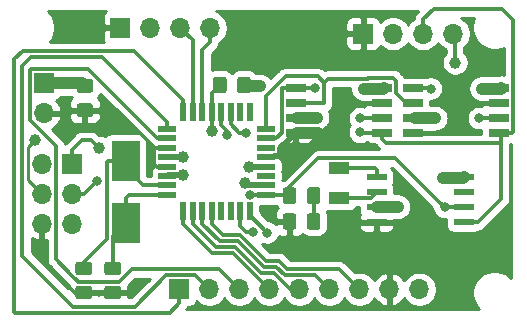
<source format=gbr>
G04 #@! TF.GenerationSoftware,KiCad,Pcbnew,(5.1.5)-3*
G04 #@! TF.CreationDate,2020-08-03T01:27:48-04:00*
G04 #@! TF.ProjectId,Arduino Clone,41726475-696e-46f2-9043-6c6f6e652e6b,rev?*
G04 #@! TF.SameCoordinates,Original*
G04 #@! TF.FileFunction,Copper,L1,Top*
G04 #@! TF.FilePolarity,Positive*
%FSLAX46Y46*%
G04 Gerber Fmt 4.6, Leading zero omitted, Abs format (unit mm)*
G04 Created by KiCad (PCBNEW (5.1.5)-3) date 2020-08-03 01:27:48*
%MOMM*%
%LPD*%
G04 APERTURE LIST*
%ADD10O,1.700000X1.700000*%
%ADD11R,1.700000X1.700000*%
%ADD12C,0.100000*%
%ADD13R,1.750000X0.550000*%
%ADD14R,1.700000X0.650000*%
%ADD15R,0.550000X1.500000*%
%ADD16R,1.500000X0.550000*%
%ADD17R,1.800000X1.000000*%
%ADD18R,2.400000X3.500000*%
%ADD19C,1.000000*%
%ADD20C,0.800000*%
%ADD21C,1.000000*%
%ADD22C,0.300000*%
%ADD23C,0.500000*%
%ADD24C,0.250000*%
%ADD25C,0.254000*%
G04 APERTURE END LIST*
D10*
X174170000Y-104600000D03*
X171630000Y-104600000D03*
X169090000Y-104600000D03*
D11*
X166550000Y-104600000D03*
X139550000Y-108800000D03*
D10*
X139550000Y-111340000D03*
G04 #@! TA.AperFunction,SMDPad,CuDef*
D12*
G36*
X143374505Y-125951204D02*
G01*
X143398773Y-125954804D01*
X143422572Y-125960765D01*
X143445671Y-125969030D01*
X143467850Y-125979520D01*
X143488893Y-125992132D01*
X143508599Y-126006747D01*
X143526777Y-126023223D01*
X143543253Y-126041401D01*
X143557868Y-126061107D01*
X143570480Y-126082150D01*
X143580970Y-126104329D01*
X143589235Y-126127428D01*
X143595196Y-126151227D01*
X143598796Y-126175495D01*
X143600000Y-126199999D01*
X143600000Y-126850001D01*
X143598796Y-126874505D01*
X143595196Y-126898773D01*
X143589235Y-126922572D01*
X143580970Y-126945671D01*
X143570480Y-126967850D01*
X143557868Y-126988893D01*
X143543253Y-127008599D01*
X143526777Y-127026777D01*
X143508599Y-127043253D01*
X143488893Y-127057868D01*
X143467850Y-127070480D01*
X143445671Y-127080970D01*
X143422572Y-127089235D01*
X143398773Y-127095196D01*
X143374505Y-127098796D01*
X143350001Y-127100000D01*
X142449999Y-127100000D01*
X142425495Y-127098796D01*
X142401227Y-127095196D01*
X142377428Y-127089235D01*
X142354329Y-127080970D01*
X142332150Y-127070480D01*
X142311107Y-127057868D01*
X142291401Y-127043253D01*
X142273223Y-127026777D01*
X142256747Y-127008599D01*
X142242132Y-126988893D01*
X142229520Y-126967850D01*
X142219030Y-126945671D01*
X142210765Y-126922572D01*
X142204804Y-126898773D01*
X142201204Y-126874505D01*
X142200000Y-126850001D01*
X142200000Y-126199999D01*
X142201204Y-126175495D01*
X142204804Y-126151227D01*
X142210765Y-126127428D01*
X142219030Y-126104329D01*
X142229520Y-126082150D01*
X142242132Y-126061107D01*
X142256747Y-126041401D01*
X142273223Y-126023223D01*
X142291401Y-126006747D01*
X142311107Y-125992132D01*
X142332150Y-125979520D01*
X142354329Y-125969030D01*
X142377428Y-125960765D01*
X142401227Y-125954804D01*
X142425495Y-125951204D01*
X142449999Y-125950000D01*
X143350001Y-125950000D01*
X143374505Y-125951204D01*
G37*
G04 #@! TD.AperFunction*
G04 #@! TA.AperFunction,SMDPad,CuDef*
G36*
X143374505Y-123901204D02*
G01*
X143398773Y-123904804D01*
X143422572Y-123910765D01*
X143445671Y-123919030D01*
X143467850Y-123929520D01*
X143488893Y-123942132D01*
X143508599Y-123956747D01*
X143526777Y-123973223D01*
X143543253Y-123991401D01*
X143557868Y-124011107D01*
X143570480Y-124032150D01*
X143580970Y-124054329D01*
X143589235Y-124077428D01*
X143595196Y-124101227D01*
X143598796Y-124125495D01*
X143600000Y-124149999D01*
X143600000Y-124800001D01*
X143598796Y-124824505D01*
X143595196Y-124848773D01*
X143589235Y-124872572D01*
X143580970Y-124895671D01*
X143570480Y-124917850D01*
X143557868Y-124938893D01*
X143543253Y-124958599D01*
X143526777Y-124976777D01*
X143508599Y-124993253D01*
X143488893Y-125007868D01*
X143467850Y-125020480D01*
X143445671Y-125030970D01*
X143422572Y-125039235D01*
X143398773Y-125045196D01*
X143374505Y-125048796D01*
X143350001Y-125050000D01*
X142449999Y-125050000D01*
X142425495Y-125048796D01*
X142401227Y-125045196D01*
X142377428Y-125039235D01*
X142354329Y-125030970D01*
X142332150Y-125020480D01*
X142311107Y-125007868D01*
X142291401Y-124993253D01*
X142273223Y-124976777D01*
X142256747Y-124958599D01*
X142242132Y-124938893D01*
X142229520Y-124917850D01*
X142219030Y-124895671D01*
X142210765Y-124872572D01*
X142204804Y-124848773D01*
X142201204Y-124824505D01*
X142200000Y-124800001D01*
X142200000Y-124149999D01*
X142201204Y-124125495D01*
X142204804Y-124101227D01*
X142210765Y-124077428D01*
X142219030Y-124054329D01*
X142229520Y-124032150D01*
X142242132Y-124011107D01*
X142256747Y-123991401D01*
X142273223Y-123973223D01*
X142291401Y-123956747D01*
X142311107Y-123942132D01*
X142332150Y-123929520D01*
X142354329Y-123919030D01*
X142377428Y-123910765D01*
X142401227Y-123904804D01*
X142425495Y-123901204D01*
X142449999Y-123900000D01*
X143350001Y-123900000D01*
X143374505Y-123901204D01*
G37*
G04 #@! TD.AperFunction*
G04 #@! TA.AperFunction,SMDPad,CuDef*
G36*
X145824505Y-125951204D02*
G01*
X145848773Y-125954804D01*
X145872572Y-125960765D01*
X145895671Y-125969030D01*
X145917850Y-125979520D01*
X145938893Y-125992132D01*
X145958599Y-126006747D01*
X145976777Y-126023223D01*
X145993253Y-126041401D01*
X146007868Y-126061107D01*
X146020480Y-126082150D01*
X146030970Y-126104329D01*
X146039235Y-126127428D01*
X146045196Y-126151227D01*
X146048796Y-126175495D01*
X146050000Y-126199999D01*
X146050000Y-126850001D01*
X146048796Y-126874505D01*
X146045196Y-126898773D01*
X146039235Y-126922572D01*
X146030970Y-126945671D01*
X146020480Y-126967850D01*
X146007868Y-126988893D01*
X145993253Y-127008599D01*
X145976777Y-127026777D01*
X145958599Y-127043253D01*
X145938893Y-127057868D01*
X145917850Y-127070480D01*
X145895671Y-127080970D01*
X145872572Y-127089235D01*
X145848773Y-127095196D01*
X145824505Y-127098796D01*
X145800001Y-127100000D01*
X144899999Y-127100000D01*
X144875495Y-127098796D01*
X144851227Y-127095196D01*
X144827428Y-127089235D01*
X144804329Y-127080970D01*
X144782150Y-127070480D01*
X144761107Y-127057868D01*
X144741401Y-127043253D01*
X144723223Y-127026777D01*
X144706747Y-127008599D01*
X144692132Y-126988893D01*
X144679520Y-126967850D01*
X144669030Y-126945671D01*
X144660765Y-126922572D01*
X144654804Y-126898773D01*
X144651204Y-126874505D01*
X144650000Y-126850001D01*
X144650000Y-126199999D01*
X144651204Y-126175495D01*
X144654804Y-126151227D01*
X144660765Y-126127428D01*
X144669030Y-126104329D01*
X144679520Y-126082150D01*
X144692132Y-126061107D01*
X144706747Y-126041401D01*
X144723223Y-126023223D01*
X144741401Y-126006747D01*
X144761107Y-125992132D01*
X144782150Y-125979520D01*
X144804329Y-125969030D01*
X144827428Y-125960765D01*
X144851227Y-125954804D01*
X144875495Y-125951204D01*
X144899999Y-125950000D01*
X145800001Y-125950000D01*
X145824505Y-125951204D01*
G37*
G04 #@! TD.AperFunction*
G04 #@! TA.AperFunction,SMDPad,CuDef*
G36*
X145824505Y-123901204D02*
G01*
X145848773Y-123904804D01*
X145872572Y-123910765D01*
X145895671Y-123919030D01*
X145917850Y-123929520D01*
X145938893Y-123942132D01*
X145958599Y-123956747D01*
X145976777Y-123973223D01*
X145993253Y-123991401D01*
X146007868Y-124011107D01*
X146020480Y-124032150D01*
X146030970Y-124054329D01*
X146039235Y-124077428D01*
X146045196Y-124101227D01*
X146048796Y-124125495D01*
X146050000Y-124149999D01*
X146050000Y-124800001D01*
X146048796Y-124824505D01*
X146045196Y-124848773D01*
X146039235Y-124872572D01*
X146030970Y-124895671D01*
X146020480Y-124917850D01*
X146007868Y-124938893D01*
X145993253Y-124958599D01*
X145976777Y-124976777D01*
X145958599Y-124993253D01*
X145938893Y-125007868D01*
X145917850Y-125020480D01*
X145895671Y-125030970D01*
X145872572Y-125039235D01*
X145848773Y-125045196D01*
X145824505Y-125048796D01*
X145800001Y-125050000D01*
X144899999Y-125050000D01*
X144875495Y-125048796D01*
X144851227Y-125045196D01*
X144827428Y-125039235D01*
X144804329Y-125030970D01*
X144782150Y-125020480D01*
X144761107Y-125007868D01*
X144741401Y-124993253D01*
X144723223Y-124976777D01*
X144706747Y-124958599D01*
X144692132Y-124938893D01*
X144679520Y-124917850D01*
X144669030Y-124895671D01*
X144660765Y-124872572D01*
X144654804Y-124848773D01*
X144651204Y-124824505D01*
X144650000Y-124800001D01*
X144650000Y-124149999D01*
X144651204Y-124125495D01*
X144654804Y-124101227D01*
X144660765Y-124077428D01*
X144669030Y-124054329D01*
X144679520Y-124032150D01*
X144692132Y-124011107D01*
X144706747Y-123991401D01*
X144723223Y-123973223D01*
X144741401Y-123956747D01*
X144761107Y-123942132D01*
X144782150Y-123929520D01*
X144804329Y-123919030D01*
X144827428Y-123910765D01*
X144851227Y-123904804D01*
X144875495Y-123901204D01*
X144899999Y-123900000D01*
X145800001Y-123900000D01*
X145824505Y-123901204D01*
G37*
G04 #@! TD.AperFunction*
G04 #@! TA.AperFunction,SMDPad,CuDef*
G36*
X143474505Y-108451204D02*
G01*
X143498773Y-108454804D01*
X143522572Y-108460765D01*
X143545671Y-108469030D01*
X143567850Y-108479520D01*
X143588893Y-108492132D01*
X143608599Y-108506747D01*
X143626777Y-108523223D01*
X143643253Y-108541401D01*
X143657868Y-108561107D01*
X143670480Y-108582150D01*
X143680970Y-108604329D01*
X143689235Y-108627428D01*
X143695196Y-108651227D01*
X143698796Y-108675495D01*
X143700000Y-108699999D01*
X143700000Y-109350001D01*
X143698796Y-109374505D01*
X143695196Y-109398773D01*
X143689235Y-109422572D01*
X143680970Y-109445671D01*
X143670480Y-109467850D01*
X143657868Y-109488893D01*
X143643253Y-109508599D01*
X143626777Y-109526777D01*
X143608599Y-109543253D01*
X143588893Y-109557868D01*
X143567850Y-109570480D01*
X143545671Y-109580970D01*
X143522572Y-109589235D01*
X143498773Y-109595196D01*
X143474505Y-109598796D01*
X143450001Y-109600000D01*
X142549999Y-109600000D01*
X142525495Y-109598796D01*
X142501227Y-109595196D01*
X142477428Y-109589235D01*
X142454329Y-109580970D01*
X142432150Y-109570480D01*
X142411107Y-109557868D01*
X142391401Y-109543253D01*
X142373223Y-109526777D01*
X142356747Y-109508599D01*
X142342132Y-109488893D01*
X142329520Y-109467850D01*
X142319030Y-109445671D01*
X142310765Y-109422572D01*
X142304804Y-109398773D01*
X142301204Y-109374505D01*
X142300000Y-109350001D01*
X142300000Y-108699999D01*
X142301204Y-108675495D01*
X142304804Y-108651227D01*
X142310765Y-108627428D01*
X142319030Y-108604329D01*
X142329520Y-108582150D01*
X142342132Y-108561107D01*
X142356747Y-108541401D01*
X142373223Y-108523223D01*
X142391401Y-108506747D01*
X142411107Y-108492132D01*
X142432150Y-108479520D01*
X142454329Y-108469030D01*
X142477428Y-108460765D01*
X142501227Y-108454804D01*
X142525495Y-108451204D01*
X142549999Y-108450000D01*
X143450001Y-108450000D01*
X143474505Y-108451204D01*
G37*
G04 #@! TD.AperFunction*
G04 #@! TA.AperFunction,SMDPad,CuDef*
G36*
X143474505Y-110501204D02*
G01*
X143498773Y-110504804D01*
X143522572Y-110510765D01*
X143545671Y-110519030D01*
X143567850Y-110529520D01*
X143588893Y-110542132D01*
X143608599Y-110556747D01*
X143626777Y-110573223D01*
X143643253Y-110591401D01*
X143657868Y-110611107D01*
X143670480Y-110632150D01*
X143680970Y-110654329D01*
X143689235Y-110677428D01*
X143695196Y-110701227D01*
X143698796Y-110725495D01*
X143700000Y-110749999D01*
X143700000Y-111400001D01*
X143698796Y-111424505D01*
X143695196Y-111448773D01*
X143689235Y-111472572D01*
X143680970Y-111495671D01*
X143670480Y-111517850D01*
X143657868Y-111538893D01*
X143643253Y-111558599D01*
X143626777Y-111576777D01*
X143608599Y-111593253D01*
X143588893Y-111607868D01*
X143567850Y-111620480D01*
X143545671Y-111630970D01*
X143522572Y-111639235D01*
X143498773Y-111645196D01*
X143474505Y-111648796D01*
X143450001Y-111650000D01*
X142549999Y-111650000D01*
X142525495Y-111648796D01*
X142501227Y-111645196D01*
X142477428Y-111639235D01*
X142454329Y-111630970D01*
X142432150Y-111620480D01*
X142411107Y-111607868D01*
X142391401Y-111593253D01*
X142373223Y-111576777D01*
X142356747Y-111558599D01*
X142342132Y-111538893D01*
X142329520Y-111517850D01*
X142319030Y-111495671D01*
X142310765Y-111472572D01*
X142304804Y-111448773D01*
X142301204Y-111424505D01*
X142300000Y-111400001D01*
X142300000Y-110749999D01*
X142301204Y-110725495D01*
X142304804Y-110701227D01*
X142310765Y-110677428D01*
X142319030Y-110654329D01*
X142329520Y-110632150D01*
X142342132Y-110611107D01*
X142356747Y-110591401D01*
X142373223Y-110573223D01*
X142391401Y-110556747D01*
X142411107Y-110542132D01*
X142432150Y-110529520D01*
X142454329Y-110519030D01*
X142477428Y-110510765D01*
X142501227Y-110504804D01*
X142525495Y-110501204D01*
X142549999Y-110500000D01*
X143450001Y-110500000D01*
X143474505Y-110501204D01*
G37*
G04 #@! TD.AperFunction*
G04 #@! TA.AperFunction,SMDPad,CuDef*
G36*
X162724505Y-117601204D02*
G01*
X162748773Y-117604804D01*
X162772572Y-117610765D01*
X162795671Y-117619030D01*
X162817850Y-117629520D01*
X162838893Y-117642132D01*
X162858599Y-117656747D01*
X162876777Y-117673223D01*
X162893253Y-117691401D01*
X162907868Y-117711107D01*
X162920480Y-117732150D01*
X162930970Y-117754329D01*
X162939235Y-117777428D01*
X162945196Y-117801227D01*
X162948796Y-117825495D01*
X162950000Y-117849999D01*
X162950000Y-118750001D01*
X162948796Y-118774505D01*
X162945196Y-118798773D01*
X162939235Y-118822572D01*
X162930970Y-118845671D01*
X162920480Y-118867850D01*
X162907868Y-118888893D01*
X162893253Y-118908599D01*
X162876777Y-118926777D01*
X162858599Y-118943253D01*
X162838893Y-118957868D01*
X162817850Y-118970480D01*
X162795671Y-118980970D01*
X162772572Y-118989235D01*
X162748773Y-118995196D01*
X162724505Y-118998796D01*
X162700001Y-119000000D01*
X162049999Y-119000000D01*
X162025495Y-118998796D01*
X162001227Y-118995196D01*
X161977428Y-118989235D01*
X161954329Y-118980970D01*
X161932150Y-118970480D01*
X161911107Y-118957868D01*
X161891401Y-118943253D01*
X161873223Y-118926777D01*
X161856747Y-118908599D01*
X161842132Y-118888893D01*
X161829520Y-118867850D01*
X161819030Y-118845671D01*
X161810765Y-118822572D01*
X161804804Y-118798773D01*
X161801204Y-118774505D01*
X161800000Y-118750001D01*
X161800000Y-117849999D01*
X161801204Y-117825495D01*
X161804804Y-117801227D01*
X161810765Y-117777428D01*
X161819030Y-117754329D01*
X161829520Y-117732150D01*
X161842132Y-117711107D01*
X161856747Y-117691401D01*
X161873223Y-117673223D01*
X161891401Y-117656747D01*
X161911107Y-117642132D01*
X161932150Y-117629520D01*
X161954329Y-117619030D01*
X161977428Y-117610765D01*
X162001227Y-117604804D01*
X162025495Y-117601204D01*
X162049999Y-117600000D01*
X162700001Y-117600000D01*
X162724505Y-117601204D01*
G37*
G04 #@! TD.AperFunction*
G04 #@! TA.AperFunction,SMDPad,CuDef*
G36*
X160674505Y-117601204D02*
G01*
X160698773Y-117604804D01*
X160722572Y-117610765D01*
X160745671Y-117619030D01*
X160767850Y-117629520D01*
X160788893Y-117642132D01*
X160808599Y-117656747D01*
X160826777Y-117673223D01*
X160843253Y-117691401D01*
X160857868Y-117711107D01*
X160870480Y-117732150D01*
X160880970Y-117754329D01*
X160889235Y-117777428D01*
X160895196Y-117801227D01*
X160898796Y-117825495D01*
X160900000Y-117849999D01*
X160900000Y-118750001D01*
X160898796Y-118774505D01*
X160895196Y-118798773D01*
X160889235Y-118822572D01*
X160880970Y-118845671D01*
X160870480Y-118867850D01*
X160857868Y-118888893D01*
X160843253Y-118908599D01*
X160826777Y-118926777D01*
X160808599Y-118943253D01*
X160788893Y-118957868D01*
X160767850Y-118970480D01*
X160745671Y-118980970D01*
X160722572Y-118989235D01*
X160698773Y-118995196D01*
X160674505Y-118998796D01*
X160650001Y-119000000D01*
X159999999Y-119000000D01*
X159975495Y-118998796D01*
X159951227Y-118995196D01*
X159927428Y-118989235D01*
X159904329Y-118980970D01*
X159882150Y-118970480D01*
X159861107Y-118957868D01*
X159841401Y-118943253D01*
X159823223Y-118926777D01*
X159806747Y-118908599D01*
X159792132Y-118888893D01*
X159779520Y-118867850D01*
X159769030Y-118845671D01*
X159760765Y-118822572D01*
X159754804Y-118798773D01*
X159751204Y-118774505D01*
X159750000Y-118750001D01*
X159750000Y-117849999D01*
X159751204Y-117825495D01*
X159754804Y-117801227D01*
X159760765Y-117777428D01*
X159769030Y-117754329D01*
X159779520Y-117732150D01*
X159792132Y-117711107D01*
X159806747Y-117691401D01*
X159823223Y-117673223D01*
X159841401Y-117656747D01*
X159861107Y-117642132D01*
X159882150Y-117629520D01*
X159904329Y-117619030D01*
X159927428Y-117610765D01*
X159951227Y-117604804D01*
X159975495Y-117601204D01*
X159999999Y-117600000D01*
X160650001Y-117600000D01*
X160674505Y-117601204D01*
G37*
G04 #@! TD.AperFunction*
D11*
X141900000Y-115600000D03*
D10*
X139360000Y-115600000D03*
X141900000Y-118140000D03*
X139360000Y-118140000D03*
X141900000Y-120680000D03*
X139360000Y-120680000D03*
G04 #@! TA.AperFunction,SMDPad,CuDef*
D12*
G36*
X160674505Y-119801204D02*
G01*
X160698773Y-119804804D01*
X160722572Y-119810765D01*
X160745671Y-119819030D01*
X160767850Y-119829520D01*
X160788893Y-119842132D01*
X160808599Y-119856747D01*
X160826777Y-119873223D01*
X160843253Y-119891401D01*
X160857868Y-119911107D01*
X160870480Y-119932150D01*
X160880970Y-119954329D01*
X160889235Y-119977428D01*
X160895196Y-120001227D01*
X160898796Y-120025495D01*
X160900000Y-120049999D01*
X160900000Y-120950001D01*
X160898796Y-120974505D01*
X160895196Y-120998773D01*
X160889235Y-121022572D01*
X160880970Y-121045671D01*
X160870480Y-121067850D01*
X160857868Y-121088893D01*
X160843253Y-121108599D01*
X160826777Y-121126777D01*
X160808599Y-121143253D01*
X160788893Y-121157868D01*
X160767850Y-121170480D01*
X160745671Y-121180970D01*
X160722572Y-121189235D01*
X160698773Y-121195196D01*
X160674505Y-121198796D01*
X160650001Y-121200000D01*
X159999999Y-121200000D01*
X159975495Y-121198796D01*
X159951227Y-121195196D01*
X159927428Y-121189235D01*
X159904329Y-121180970D01*
X159882150Y-121170480D01*
X159861107Y-121157868D01*
X159841401Y-121143253D01*
X159823223Y-121126777D01*
X159806747Y-121108599D01*
X159792132Y-121088893D01*
X159779520Y-121067850D01*
X159769030Y-121045671D01*
X159760765Y-121022572D01*
X159754804Y-120998773D01*
X159751204Y-120974505D01*
X159750000Y-120950001D01*
X159750000Y-120049999D01*
X159751204Y-120025495D01*
X159754804Y-120001227D01*
X159760765Y-119977428D01*
X159769030Y-119954329D01*
X159779520Y-119932150D01*
X159792132Y-119911107D01*
X159806747Y-119891401D01*
X159823223Y-119873223D01*
X159841401Y-119856747D01*
X159861107Y-119842132D01*
X159882150Y-119829520D01*
X159904329Y-119819030D01*
X159927428Y-119810765D01*
X159951227Y-119804804D01*
X159975495Y-119801204D01*
X159999999Y-119800000D01*
X160650001Y-119800000D01*
X160674505Y-119801204D01*
G37*
G04 #@! TD.AperFunction*
G04 #@! TA.AperFunction,SMDPad,CuDef*
G36*
X162724505Y-119801204D02*
G01*
X162748773Y-119804804D01*
X162772572Y-119810765D01*
X162795671Y-119819030D01*
X162817850Y-119829520D01*
X162838893Y-119842132D01*
X162858599Y-119856747D01*
X162876777Y-119873223D01*
X162893253Y-119891401D01*
X162907868Y-119911107D01*
X162920480Y-119932150D01*
X162930970Y-119954329D01*
X162939235Y-119977428D01*
X162945196Y-120001227D01*
X162948796Y-120025495D01*
X162950000Y-120049999D01*
X162950000Y-120950001D01*
X162948796Y-120974505D01*
X162945196Y-120998773D01*
X162939235Y-121022572D01*
X162930970Y-121045671D01*
X162920480Y-121067850D01*
X162907868Y-121088893D01*
X162893253Y-121108599D01*
X162876777Y-121126777D01*
X162858599Y-121143253D01*
X162838893Y-121157868D01*
X162817850Y-121170480D01*
X162795671Y-121180970D01*
X162772572Y-121189235D01*
X162748773Y-121195196D01*
X162724505Y-121198796D01*
X162700001Y-121200000D01*
X162049999Y-121200000D01*
X162025495Y-121198796D01*
X162001227Y-121195196D01*
X161977428Y-121189235D01*
X161954329Y-121180970D01*
X161932150Y-121170480D01*
X161911107Y-121157868D01*
X161891401Y-121143253D01*
X161873223Y-121126777D01*
X161856747Y-121108599D01*
X161842132Y-121088893D01*
X161829520Y-121067850D01*
X161819030Y-121045671D01*
X161810765Y-121022572D01*
X161804804Y-120998773D01*
X161801204Y-120974505D01*
X161800000Y-120950001D01*
X161800000Y-120049999D01*
X161801204Y-120025495D01*
X161804804Y-120001227D01*
X161810765Y-119977428D01*
X161819030Y-119954329D01*
X161829520Y-119932150D01*
X161842132Y-119911107D01*
X161856747Y-119891401D01*
X161873223Y-119873223D01*
X161891401Y-119856747D01*
X161911107Y-119842132D01*
X161932150Y-119829520D01*
X161954329Y-119819030D01*
X161977428Y-119810765D01*
X162001227Y-119804804D01*
X162025495Y-119801204D01*
X162049999Y-119800000D01*
X162700001Y-119800000D01*
X162724505Y-119801204D01*
G37*
G04 #@! TD.AperFunction*
G04 #@! TA.AperFunction,SMDPad,CuDef*
G36*
X154774505Y-108251204D02*
G01*
X154798773Y-108254804D01*
X154822572Y-108260765D01*
X154845671Y-108269030D01*
X154867850Y-108279520D01*
X154888893Y-108292132D01*
X154908599Y-108306747D01*
X154926777Y-108323223D01*
X154943253Y-108341401D01*
X154957868Y-108361107D01*
X154970480Y-108382150D01*
X154980970Y-108404329D01*
X154989235Y-108427428D01*
X154995196Y-108451227D01*
X154998796Y-108475495D01*
X155000000Y-108499999D01*
X155000000Y-109400001D01*
X154998796Y-109424505D01*
X154995196Y-109448773D01*
X154989235Y-109472572D01*
X154980970Y-109495671D01*
X154970480Y-109517850D01*
X154957868Y-109538893D01*
X154943253Y-109558599D01*
X154926777Y-109576777D01*
X154908599Y-109593253D01*
X154888893Y-109607868D01*
X154867850Y-109620480D01*
X154845671Y-109630970D01*
X154822572Y-109639235D01*
X154798773Y-109645196D01*
X154774505Y-109648796D01*
X154750001Y-109650000D01*
X154099999Y-109650000D01*
X154075495Y-109648796D01*
X154051227Y-109645196D01*
X154027428Y-109639235D01*
X154004329Y-109630970D01*
X153982150Y-109620480D01*
X153961107Y-109607868D01*
X153941401Y-109593253D01*
X153923223Y-109576777D01*
X153906747Y-109558599D01*
X153892132Y-109538893D01*
X153879520Y-109517850D01*
X153869030Y-109495671D01*
X153860765Y-109472572D01*
X153854804Y-109448773D01*
X153851204Y-109424505D01*
X153850000Y-109400001D01*
X153850000Y-108499999D01*
X153851204Y-108475495D01*
X153854804Y-108451227D01*
X153860765Y-108427428D01*
X153869030Y-108404329D01*
X153879520Y-108382150D01*
X153892132Y-108361107D01*
X153906747Y-108341401D01*
X153923223Y-108323223D01*
X153941401Y-108306747D01*
X153961107Y-108292132D01*
X153982150Y-108279520D01*
X154004329Y-108269030D01*
X154027428Y-108260765D01*
X154051227Y-108254804D01*
X154075495Y-108251204D01*
X154099999Y-108250000D01*
X154750001Y-108250000D01*
X154774505Y-108251204D01*
G37*
G04 #@! TD.AperFunction*
G04 #@! TA.AperFunction,SMDPad,CuDef*
G36*
X156824505Y-108251204D02*
G01*
X156848773Y-108254804D01*
X156872572Y-108260765D01*
X156895671Y-108269030D01*
X156917850Y-108279520D01*
X156938893Y-108292132D01*
X156958599Y-108306747D01*
X156976777Y-108323223D01*
X156993253Y-108341401D01*
X157007868Y-108361107D01*
X157020480Y-108382150D01*
X157030970Y-108404329D01*
X157039235Y-108427428D01*
X157045196Y-108451227D01*
X157048796Y-108475495D01*
X157050000Y-108499999D01*
X157050000Y-109400001D01*
X157048796Y-109424505D01*
X157045196Y-109448773D01*
X157039235Y-109472572D01*
X157030970Y-109495671D01*
X157020480Y-109517850D01*
X157007868Y-109538893D01*
X156993253Y-109558599D01*
X156976777Y-109576777D01*
X156958599Y-109593253D01*
X156938893Y-109607868D01*
X156917850Y-109620480D01*
X156895671Y-109630970D01*
X156872572Y-109639235D01*
X156848773Y-109645196D01*
X156824505Y-109648796D01*
X156800001Y-109650000D01*
X156149999Y-109650000D01*
X156125495Y-109648796D01*
X156101227Y-109645196D01*
X156077428Y-109639235D01*
X156054329Y-109630970D01*
X156032150Y-109620480D01*
X156011107Y-109607868D01*
X155991401Y-109593253D01*
X155973223Y-109576777D01*
X155956747Y-109558599D01*
X155942132Y-109538893D01*
X155929520Y-109517850D01*
X155919030Y-109495671D01*
X155910765Y-109472572D01*
X155904804Y-109448773D01*
X155901204Y-109424505D01*
X155900000Y-109400001D01*
X155900000Y-108499999D01*
X155901204Y-108475495D01*
X155904804Y-108451227D01*
X155910765Y-108427428D01*
X155919030Y-108404329D01*
X155929520Y-108382150D01*
X155942132Y-108361107D01*
X155956747Y-108341401D01*
X155973223Y-108323223D01*
X155991401Y-108306747D01*
X156011107Y-108292132D01*
X156032150Y-108279520D01*
X156054329Y-108269030D01*
X156077428Y-108260765D01*
X156101227Y-108254804D01*
X156125495Y-108251204D01*
X156149999Y-108250000D01*
X156800001Y-108250000D01*
X156824505Y-108251204D01*
G37*
G04 #@! TD.AperFunction*
D13*
X167700000Y-116745000D03*
X167700000Y-118015000D03*
X167700000Y-119285000D03*
X167700000Y-120555000D03*
X175100000Y-120555000D03*
X175100000Y-119285000D03*
X175100000Y-118015000D03*
X175100000Y-116745000D03*
D14*
X160850000Y-109195000D03*
X160850000Y-110465000D03*
X160850000Y-111735000D03*
X160850000Y-113005000D03*
X168150000Y-113005000D03*
X168150000Y-111735000D03*
X168150000Y-110465000D03*
X168150000Y-109195000D03*
X178050000Y-109195000D03*
X178050000Y-110465000D03*
X178050000Y-111735000D03*
X178050000Y-113005000D03*
X170750000Y-113005000D03*
X170750000Y-111735000D03*
X170750000Y-110465000D03*
X170750000Y-109195000D03*
D15*
X151350000Y-119650000D03*
D16*
X149950000Y-112650000D03*
X149950000Y-113450000D03*
X149950000Y-114250000D03*
X149950000Y-115050000D03*
X149950000Y-115850000D03*
X149950000Y-116650000D03*
X149950000Y-117450000D03*
X149950000Y-118250000D03*
D15*
X152150000Y-119650000D03*
X152950000Y-119650000D03*
X153750000Y-119650000D03*
X154550000Y-119650000D03*
X155350000Y-119650000D03*
X156150000Y-119650000D03*
X156950000Y-119650000D03*
D16*
X158350000Y-118250000D03*
X158350000Y-117450000D03*
X158350000Y-116650000D03*
X158350000Y-115850000D03*
X158350000Y-115050000D03*
X158350000Y-114250000D03*
X158350000Y-113450000D03*
X158350000Y-112650000D03*
D15*
X156950000Y-111250000D03*
X156150000Y-111250000D03*
X155350000Y-111250000D03*
X154550000Y-111250000D03*
X153750000Y-111250000D03*
X152950000Y-111250000D03*
X152150000Y-111250000D03*
X151350000Y-111250000D03*
D17*
X164550000Y-118500000D03*
X164550000Y-116000000D03*
D18*
X146450000Y-120600000D03*
X146450000Y-115400000D03*
D11*
X146000000Y-104100000D03*
D10*
X148540000Y-104100000D03*
X151080000Y-104100000D03*
X153620000Y-104100000D03*
D11*
X151000000Y-126250000D03*
D10*
X153540000Y-126250000D03*
X156080000Y-126250000D03*
X158620000Y-126250000D03*
X161160000Y-126250000D03*
X163700000Y-126250000D03*
X166240000Y-126250000D03*
X168780000Y-126250000D03*
X171320000Y-126250000D03*
D19*
X169500000Y-119250000D03*
X173300000Y-116800000D03*
X176600000Y-109250000D03*
X172650000Y-111750000D03*
X166600000Y-109250000D03*
X162650000Y-111700000D03*
X162750000Y-113050000D03*
X156900000Y-115900000D03*
X151350000Y-115050000D03*
X157800000Y-109050000D03*
X156600000Y-117250000D03*
X151350000Y-116600000D03*
D20*
X156950000Y-118300000D03*
X166300000Y-112950000D03*
X166300000Y-111750000D03*
X176350000Y-111750000D03*
X155050000Y-113200000D03*
X156650000Y-113000000D03*
X162450000Y-109200000D03*
X172300000Y-109250000D03*
D19*
X144200000Y-114300000D03*
X138750000Y-113600000D03*
D20*
X158450000Y-121450000D03*
X157250000Y-121400000D03*
X144050000Y-117050000D03*
D19*
X174350000Y-107050000D03*
D20*
X173450000Y-119300000D03*
D19*
X153750000Y-112800000D03*
D21*
X142775000Y-108800000D02*
X143000000Y-109025000D01*
X139550000Y-108800000D02*
X142775000Y-108800000D01*
D22*
X143700000Y-111075000D02*
X143000000Y-111075000D01*
X145725000Y-111075000D02*
X143700000Y-111075000D01*
X148900000Y-114250000D02*
X145725000Y-111075000D01*
X149950000Y-114250000D02*
X148900000Y-114250000D01*
D21*
X167735000Y-119250000D02*
X167700000Y-119285000D01*
X169500000Y-119250000D02*
X167735000Y-119250000D01*
X175045000Y-116800000D02*
X175100000Y-116745000D01*
X173300000Y-116800000D02*
X175045000Y-116800000D01*
D23*
X151350000Y-115050000D02*
X149950000Y-115050000D01*
X150000000Y-116600000D02*
X149950000Y-116650000D01*
X151350000Y-116600000D02*
X150000000Y-116600000D01*
X158300000Y-115900000D02*
X158350000Y-115850000D01*
X156900000Y-115900000D02*
X158300000Y-115900000D01*
D21*
X156575000Y-109050000D02*
X156475000Y-108950000D01*
X157800000Y-109050000D02*
X156575000Y-109050000D01*
X161035000Y-111700000D02*
X161000000Y-111735000D01*
X162650000Y-111700000D02*
X161035000Y-111700000D01*
X168245000Y-109250000D02*
X168300000Y-109195000D01*
X166600000Y-109250000D02*
X168245000Y-109250000D01*
X170965000Y-111750000D02*
X170950000Y-111735000D01*
X172650000Y-111750000D02*
X170965000Y-111750000D01*
X178195000Y-109250000D02*
X178250000Y-109195000D01*
X176600000Y-109250000D02*
X178195000Y-109250000D01*
D23*
X156800000Y-117450000D02*
X158350000Y-117450000D01*
X156600000Y-117250000D02*
X156800000Y-117450000D01*
D21*
X161045000Y-113050000D02*
X161000000Y-113005000D01*
X162750000Y-113050000D02*
X161045000Y-113050000D01*
D23*
X159550001Y-114304999D02*
X160850000Y-113005000D01*
X160850000Y-113005000D02*
X161000000Y-113005000D01*
X158955000Y-115050000D02*
X159029999Y-114975001D01*
X159550001Y-114885001D02*
X159550001Y-114304999D01*
X158350000Y-115050000D02*
X158955000Y-115050000D01*
X159029999Y-114975001D02*
X159460001Y-114975001D01*
X159460001Y-114975001D02*
X159550001Y-114885001D01*
D22*
X139360000Y-121882081D02*
X139360000Y-120680000D01*
X139360000Y-123685000D02*
X139360000Y-121882081D01*
X142200000Y-126525000D02*
X139360000Y-123685000D01*
X142900000Y-126525000D02*
X142200000Y-126525000D01*
X148849999Y-115605001D02*
X148849999Y-114300001D01*
X148849999Y-114300001D02*
X148900000Y-114250000D01*
X149094998Y-115850000D02*
X148849999Y-115605001D01*
X149950000Y-115850000D02*
X149094998Y-115850000D01*
X144950000Y-115400000D02*
X146450000Y-115400000D01*
X144849990Y-115500010D02*
X144950000Y-115400000D01*
X142900000Y-123900000D02*
X144849990Y-121950010D01*
X144849990Y-121950010D02*
X144849990Y-115500010D01*
X142900000Y-124475000D02*
X142900000Y-123900000D01*
X148900000Y-117450000D02*
X149950000Y-117450000D01*
X147950000Y-117450000D02*
X148900000Y-117450000D01*
X146450000Y-115950000D02*
X147950000Y-117450000D01*
X146450000Y-115400000D02*
X146450000Y-115950000D01*
X145350000Y-121700000D02*
X146450000Y-120600000D01*
X145350000Y-124475000D02*
X145350000Y-121700000D01*
X146750000Y-118250000D02*
X148900000Y-118250000D01*
X148900000Y-118250000D02*
X149950000Y-118250000D01*
X146450000Y-118550000D02*
X146750000Y-118250000D01*
X146450000Y-120600000D02*
X146450000Y-118550000D01*
X162375000Y-120500000D02*
X162375000Y-118300000D01*
X173465000Y-119285000D02*
X173450000Y-119300000D01*
X175100000Y-119285000D02*
X173465000Y-119285000D01*
X160275000Y-118250000D02*
X160325000Y-118300000D01*
X158350000Y-118250000D02*
X160275000Y-118250000D01*
X173050001Y-118900001D02*
X173450000Y-119300000D01*
X162775001Y-115149999D02*
X169299999Y-115149999D01*
X160325000Y-117600000D02*
X162775001Y-115149999D01*
X169299999Y-115149999D02*
X173050001Y-118900001D01*
X160325000Y-118300000D02*
X160325000Y-117600000D01*
X142960000Y-118140000D02*
X144050000Y-117050000D01*
X141900000Y-118140000D02*
X142960000Y-118140000D01*
X174350000Y-104780000D02*
X174350000Y-107050000D01*
X174170000Y-104600000D02*
X174350000Y-104780000D01*
X156950000Y-118300000D02*
X158300000Y-118300000D01*
X158300000Y-118300000D02*
X158350000Y-118250000D01*
X152950000Y-110200000D02*
X152950000Y-111250000D01*
X152950000Y-105972081D02*
X152950000Y-110200000D01*
X153620000Y-105302081D02*
X152950000Y-105972081D01*
X153620000Y-104100000D02*
X153620000Y-105302081D01*
X152150000Y-105170000D02*
X151080000Y-104100000D01*
X152150000Y-111250000D02*
X152150000Y-105170000D01*
X151350000Y-110200000D02*
X151350000Y-111250000D01*
X137750000Y-106050000D02*
X147200000Y-106050000D01*
X147200000Y-106050000D02*
X151350000Y-110200000D01*
X137028580Y-106771420D02*
X137750000Y-106050000D01*
X151000000Y-126250000D02*
X151000000Y-127400000D01*
X150187510Y-128212490D02*
X137104670Y-128212490D01*
X151000000Y-127400000D02*
X150187510Y-128212490D01*
X137028580Y-128136400D02*
X137028580Y-106771420D01*
X137104670Y-128212490D02*
X137028580Y-128136400D01*
X142023159Y-127712480D02*
X137700000Y-123389321D01*
X147207518Y-127712480D02*
X142023159Y-127712480D01*
X144475000Y-106600000D02*
X149950000Y-112075000D01*
X149869999Y-125049999D02*
X147207518Y-127712480D01*
X153540000Y-126250000D02*
X152339999Y-125049999D01*
X152339999Y-125049999D02*
X149869999Y-125049999D01*
X137700000Y-123389321D02*
X137700000Y-107300000D01*
X149950000Y-112075000D02*
X149950000Y-112650000D01*
X137700000Y-107300000D02*
X138400000Y-106600000D01*
X138400000Y-106600000D02*
X144475000Y-106600000D01*
X143244997Y-107599999D02*
X149094998Y-113450000D01*
X142450000Y-125600000D02*
X142250010Y-125400010D01*
X138349999Y-107669999D02*
X138419999Y-107599999D01*
X146950011Y-124549989D02*
X145900000Y-125600000D01*
X142250010Y-125400010D02*
X142201464Y-125400010D01*
X140560001Y-123710001D02*
X140560001Y-114126003D01*
X145900000Y-125600000D02*
X142450000Y-125600000D01*
X149094998Y-113450000D02*
X149950000Y-113450000D01*
X154379989Y-124549989D02*
X146950011Y-124549989D01*
X156080000Y-126250000D02*
X154379989Y-124549989D01*
X140560001Y-114126003D02*
X138349999Y-111916001D01*
X138419999Y-107599999D02*
X143244997Y-107599999D01*
X138349999Y-111916001D02*
X138349999Y-107669999D01*
X142201464Y-125400010D02*
X141849990Y-125048536D01*
X141849990Y-125048536D02*
X141849990Y-124999990D01*
X141849990Y-124999990D02*
X140560001Y-123710001D01*
X158620000Y-126250000D02*
X155520020Y-123150020D01*
X155520020Y-123150020D02*
X153800020Y-123150020D01*
X153800020Y-123150020D02*
X151350000Y-120700000D01*
X151350000Y-120700000D02*
X151350000Y-119650000D01*
X157100000Y-119800000D02*
X156950000Y-119650000D01*
X156950000Y-119950000D02*
X158450000Y-121450000D01*
X156950000Y-119650000D02*
X156950000Y-119950000D01*
X143500000Y-113600000D02*
X144200000Y-114300000D01*
X142750000Y-113600000D02*
X143500000Y-113600000D01*
X141900000Y-115600000D02*
X141900000Y-114450000D01*
X141900000Y-114450000D02*
X142750000Y-113600000D01*
D24*
X138250001Y-114099999D02*
X138750000Y-113600000D01*
X138184999Y-114165001D02*
X138250001Y-114099999D01*
X138184999Y-116964999D02*
X138184999Y-114165001D01*
X139360000Y-118140000D02*
X138184999Y-116964999D01*
D22*
X156684315Y-121400000D02*
X157250000Y-121400000D01*
X156150000Y-119650000D02*
X156150000Y-120865685D01*
X156150000Y-120865685D02*
X156684315Y-121400000D01*
X153750000Y-109625000D02*
X153750000Y-111250000D01*
X154425000Y-108950000D02*
X153750000Y-109625000D01*
X153750000Y-111250000D02*
X153750000Y-112800000D01*
X176275000Y-120555000D02*
X178250000Y-118580000D01*
X175100000Y-120555000D02*
X176275000Y-120555000D01*
X178250000Y-118580000D02*
X178250000Y-113850000D01*
X168300000Y-113005000D02*
X168150000Y-113155000D01*
X168520000Y-113850000D02*
X178250000Y-113850000D01*
X168150000Y-113480000D02*
X168520000Y-113850000D01*
X168150000Y-113155000D02*
X168150000Y-113480000D01*
X178050000Y-113005000D02*
X178250000Y-113005000D01*
X178250000Y-113850000D02*
X178250000Y-113205000D01*
X178250000Y-113205000D02*
X178050000Y-113005000D01*
X179200000Y-113005000D02*
X178050000Y-113005000D01*
X179254008Y-112950992D02*
X179200000Y-113005000D01*
X179254008Y-103414491D02*
X179254008Y-112950992D01*
X178332433Y-102492916D02*
X179254008Y-103414491D01*
X172535003Y-102492916D02*
X178332433Y-102492916D01*
X171630000Y-103397919D02*
X172535003Y-102492916D01*
X171630000Y-104600000D02*
X171630000Y-103397919D01*
X156084315Y-113000000D02*
X156650000Y-113000000D01*
X155350000Y-112265685D02*
X156084315Y-113000000D01*
X155350000Y-111250000D02*
X155350000Y-112265685D01*
X166355000Y-113005000D02*
X166300000Y-112950000D01*
X168150000Y-113005000D02*
X166355000Y-113005000D01*
X167700000Y-116170000D02*
X167700000Y-116745000D01*
X167530000Y-116000000D02*
X167700000Y-116170000D01*
X164550000Y-116000000D02*
X167530000Y-116000000D01*
X167215000Y-118500000D02*
X167700000Y-118015000D01*
X164550000Y-118500000D02*
X167215000Y-118500000D01*
X159700000Y-109195000D02*
X160850000Y-109195000D01*
X159649999Y-109245001D02*
X159700000Y-109195000D01*
X159205002Y-113450000D02*
X159649999Y-113005003D01*
X159649999Y-113005003D02*
X159649999Y-109245001D01*
X158350000Y-113450000D02*
X159205002Y-113450000D01*
X162445000Y-109195000D02*
X162450000Y-109200000D01*
X160850000Y-109195000D02*
X162445000Y-109195000D01*
X172245000Y-109195000D02*
X172300000Y-109250000D01*
X170750000Y-109195000D02*
X172245000Y-109195000D01*
X169350001Y-108589999D02*
X169104994Y-108344992D01*
X169350001Y-109600003D02*
X169350001Y-108589999D01*
X170214998Y-110465000D02*
X169350001Y-109600003D01*
X170750000Y-110465000D02*
X170214998Y-110465000D01*
X163250000Y-110465000D02*
X160850000Y-110465000D01*
X158350000Y-112650000D02*
X158350000Y-109837880D01*
X159987880Y-108200000D02*
X162700000Y-108200000D01*
X162700000Y-108200000D02*
X163250000Y-108750000D01*
X158350000Y-109837880D02*
X159987880Y-108200000D01*
X163250000Y-108750000D02*
X163250000Y-110465000D01*
X163600010Y-108399990D02*
X163250000Y-108750000D01*
X166950010Y-108399990D02*
X163600010Y-108399990D01*
X167005008Y-108344992D02*
X166950010Y-108399990D01*
X169104994Y-108344992D02*
X167005008Y-108344992D01*
X154550000Y-112300000D02*
X155050000Y-112800000D01*
X155050000Y-112800000D02*
X155050000Y-113200000D01*
X154550000Y-111250000D02*
X154550000Y-112300000D01*
X166315000Y-111735000D02*
X166300000Y-111750000D01*
X168150000Y-111735000D02*
X166315000Y-111735000D01*
X176365000Y-111735000D02*
X176350000Y-111750000D01*
X178050000Y-111735000D02*
X176365000Y-111735000D01*
X160396002Y-126250000D02*
X158996002Y-124850001D01*
X152150000Y-120700000D02*
X152150000Y-119650000D01*
X158996002Y-124850001D02*
X157927118Y-124850000D01*
X154100011Y-122650011D02*
X152150000Y-120700000D01*
X157927118Y-124850000D02*
X155727129Y-122650011D01*
X155727129Y-122650011D02*
X154100011Y-122650011D01*
X161160000Y-126250000D02*
X160396002Y-126250000D01*
X155934240Y-122150000D02*
X154400000Y-122150000D01*
X159903121Y-125049999D02*
X159203112Y-124349990D01*
X152950000Y-120700000D02*
X152950000Y-119650000D01*
X154400000Y-122150000D02*
X152950000Y-120700000D01*
X163700000Y-126250000D02*
X162499999Y-125049999D01*
X158134230Y-124349990D02*
X155934240Y-122150000D01*
X159203112Y-124349990D02*
X158134230Y-124349990D01*
X162499999Y-125049999D02*
X159903121Y-125049999D01*
X166240000Y-126250000D02*
X164539989Y-124549989D01*
X160110231Y-124549989D02*
X159410222Y-123849980D01*
X164539989Y-124549989D02*
X160110231Y-124549989D01*
X154699990Y-121649990D02*
X153750000Y-120700000D01*
X156141350Y-121649990D02*
X154699990Y-121649990D01*
X158341340Y-123849980D02*
X156141350Y-121649990D01*
X153750000Y-120700000D02*
X153750000Y-119650000D01*
X159410222Y-123849980D02*
X158341340Y-123849980D01*
D25*
G36*
X179045000Y-125272433D02*
G01*
X178869783Y-125097216D01*
X178562290Y-124891756D01*
X178220622Y-124750232D01*
X177857909Y-124678084D01*
X177488091Y-124678084D01*
X177125378Y-124750232D01*
X176783710Y-124891756D01*
X176476217Y-125097216D01*
X176214716Y-125358717D01*
X176009256Y-125666210D01*
X175867732Y-126007878D01*
X175795584Y-126370591D01*
X175795584Y-126740409D01*
X175867732Y-127103122D01*
X176009256Y-127444790D01*
X176214716Y-127752283D01*
X176389933Y-127927500D01*
X151582602Y-127927500D01*
X151612948Y-127890523D01*
X151655862Y-127838233D01*
X151709399Y-127738072D01*
X151850000Y-127738072D01*
X151974482Y-127725812D01*
X152094180Y-127689502D01*
X152204494Y-127630537D01*
X152301185Y-127551185D01*
X152380537Y-127454494D01*
X152439502Y-127344180D01*
X152461513Y-127271620D01*
X152593368Y-127403475D01*
X152836589Y-127565990D01*
X153106842Y-127677932D01*
X153393740Y-127735000D01*
X153686260Y-127735000D01*
X153973158Y-127677932D01*
X154243411Y-127565990D01*
X154486632Y-127403475D01*
X154693475Y-127196632D01*
X154810000Y-127022240D01*
X154926525Y-127196632D01*
X155133368Y-127403475D01*
X155376589Y-127565990D01*
X155646842Y-127677932D01*
X155933740Y-127735000D01*
X156226260Y-127735000D01*
X156513158Y-127677932D01*
X156783411Y-127565990D01*
X157026632Y-127403475D01*
X157233475Y-127196632D01*
X157350000Y-127022240D01*
X157466525Y-127196632D01*
X157673368Y-127403475D01*
X157916589Y-127565990D01*
X158186842Y-127677932D01*
X158473740Y-127735000D01*
X158766260Y-127735000D01*
X159053158Y-127677932D01*
X159323411Y-127565990D01*
X159566632Y-127403475D01*
X159773475Y-127196632D01*
X159890000Y-127022240D01*
X160006525Y-127196632D01*
X160213368Y-127403475D01*
X160456589Y-127565990D01*
X160726842Y-127677932D01*
X161013740Y-127735000D01*
X161306260Y-127735000D01*
X161593158Y-127677932D01*
X161863411Y-127565990D01*
X162106632Y-127403475D01*
X162313475Y-127196632D01*
X162430000Y-127022240D01*
X162546525Y-127196632D01*
X162753368Y-127403475D01*
X162996589Y-127565990D01*
X163266842Y-127677932D01*
X163553740Y-127735000D01*
X163846260Y-127735000D01*
X164133158Y-127677932D01*
X164403411Y-127565990D01*
X164646632Y-127403475D01*
X164853475Y-127196632D01*
X164970000Y-127022240D01*
X165086525Y-127196632D01*
X165293368Y-127403475D01*
X165536589Y-127565990D01*
X165806842Y-127677932D01*
X166093740Y-127735000D01*
X166386260Y-127735000D01*
X166673158Y-127677932D01*
X166943411Y-127565990D01*
X167186632Y-127403475D01*
X167393475Y-127196632D01*
X167515195Y-127014466D01*
X167584822Y-127131355D01*
X167779731Y-127347588D01*
X168013080Y-127521641D01*
X168275901Y-127646825D01*
X168423110Y-127691476D01*
X168653000Y-127570155D01*
X168653000Y-126377000D01*
X168633000Y-126377000D01*
X168633000Y-126123000D01*
X168653000Y-126123000D01*
X168653000Y-124929845D01*
X168907000Y-124929845D01*
X168907000Y-126123000D01*
X168927000Y-126123000D01*
X168927000Y-126377000D01*
X168907000Y-126377000D01*
X168907000Y-127570155D01*
X169136890Y-127691476D01*
X169284099Y-127646825D01*
X169546920Y-127521641D01*
X169780269Y-127347588D01*
X169975178Y-127131355D01*
X170044805Y-127014466D01*
X170166525Y-127196632D01*
X170373368Y-127403475D01*
X170616589Y-127565990D01*
X170886842Y-127677932D01*
X171173740Y-127735000D01*
X171466260Y-127735000D01*
X171753158Y-127677932D01*
X172023411Y-127565990D01*
X172266632Y-127403475D01*
X172473475Y-127196632D01*
X172635990Y-126953411D01*
X172747932Y-126683158D01*
X172805000Y-126396260D01*
X172805000Y-126103740D01*
X172747932Y-125816842D01*
X172635990Y-125546589D01*
X172473475Y-125303368D01*
X172266632Y-125096525D01*
X172023411Y-124934010D01*
X171753158Y-124822068D01*
X171466260Y-124765000D01*
X171173740Y-124765000D01*
X170886842Y-124822068D01*
X170616589Y-124934010D01*
X170373368Y-125096525D01*
X170166525Y-125303368D01*
X170044805Y-125485534D01*
X169975178Y-125368645D01*
X169780269Y-125152412D01*
X169546920Y-124978359D01*
X169284099Y-124853175D01*
X169136890Y-124808524D01*
X168907000Y-124929845D01*
X168653000Y-124929845D01*
X168423110Y-124808524D01*
X168275901Y-124853175D01*
X168013080Y-124978359D01*
X167779731Y-125152412D01*
X167584822Y-125368645D01*
X167515195Y-125485534D01*
X167393475Y-125303368D01*
X167186632Y-125096525D01*
X166943411Y-124934010D01*
X166673158Y-124822068D01*
X166386260Y-124765000D01*
X166093740Y-124765000D01*
X165903082Y-124802925D01*
X165122336Y-124022179D01*
X165097753Y-123992225D01*
X164978222Y-123894127D01*
X164841849Y-123821235D01*
X164693876Y-123776348D01*
X164578550Y-123764989D01*
X164578542Y-123764989D01*
X164539989Y-123761192D01*
X164501436Y-123764989D01*
X160435389Y-123764989D01*
X159992567Y-123322168D01*
X159967986Y-123292216D01*
X159848455Y-123194118D01*
X159712082Y-123121226D01*
X159564109Y-123076339D01*
X159448783Y-123064980D01*
X159448775Y-123064980D01*
X159410222Y-123061183D01*
X159371669Y-123064980D01*
X158666497Y-123064980D01*
X157975070Y-122373553D01*
X158148102Y-122445226D01*
X158348061Y-122485000D01*
X158551939Y-122485000D01*
X158751898Y-122445226D01*
X158940256Y-122367205D01*
X159109774Y-122253937D01*
X159253937Y-122109774D01*
X159367205Y-121940256D01*
X159443457Y-121756168D01*
X159505820Y-121789502D01*
X159625518Y-121825812D01*
X159750000Y-121838072D01*
X160039250Y-121835000D01*
X160198000Y-121676250D01*
X160198000Y-120627000D01*
X159273750Y-120627000D01*
X159182231Y-120718520D01*
X159109774Y-120646063D01*
X158940256Y-120532795D01*
X158751898Y-120454774D01*
X158551939Y-120415000D01*
X158525158Y-120415000D01*
X157886464Y-119776306D01*
X157873641Y-119646114D01*
X157863072Y-119611273D01*
X157863072Y-119163072D01*
X159100000Y-119163072D01*
X159212731Y-119151969D01*
X159261595Y-119243387D01*
X159328276Y-119324637D01*
X159298815Y-119348815D01*
X159219463Y-119445506D01*
X159160498Y-119555820D01*
X159124188Y-119675518D01*
X159111928Y-119800000D01*
X159115000Y-120214250D01*
X159273750Y-120373000D01*
X160198000Y-120373000D01*
X160198000Y-120353000D01*
X160452000Y-120353000D01*
X160452000Y-120373000D01*
X160472000Y-120373000D01*
X160472000Y-120627000D01*
X160452000Y-120627000D01*
X160452000Y-121676250D01*
X160610750Y-121835000D01*
X160900000Y-121838072D01*
X161024482Y-121825812D01*
X161144180Y-121789502D01*
X161254494Y-121730537D01*
X161351185Y-121651185D01*
X161416658Y-121571406D01*
X161422038Y-121577962D01*
X161556613Y-121688405D01*
X161710149Y-121770472D01*
X161876745Y-121821008D01*
X162049999Y-121838072D01*
X162700001Y-121838072D01*
X162873255Y-121821008D01*
X163039851Y-121770472D01*
X163193387Y-121688405D01*
X163327962Y-121577962D01*
X163438405Y-121443387D01*
X163520472Y-121289851D01*
X163571008Y-121123255D01*
X163588072Y-120950001D01*
X163588072Y-120840750D01*
X166190000Y-120840750D01*
X166199756Y-120957301D01*
X166236605Y-121076834D01*
X166296066Y-121186881D01*
X166375853Y-121283214D01*
X166472901Y-121362130D01*
X166583480Y-121420596D01*
X166703340Y-121456366D01*
X166827876Y-121468066D01*
X167414250Y-121465000D01*
X167573000Y-121306250D01*
X167573000Y-120682000D01*
X167827000Y-120682000D01*
X167827000Y-121306250D01*
X167985750Y-121465000D01*
X168572124Y-121468066D01*
X168696660Y-121456366D01*
X168816520Y-121420596D01*
X168927099Y-121362130D01*
X169024147Y-121283214D01*
X169103934Y-121186881D01*
X169163395Y-121076834D01*
X169200244Y-120957301D01*
X169210000Y-120840750D01*
X169051250Y-120682000D01*
X167827000Y-120682000D01*
X167573000Y-120682000D01*
X166348750Y-120682000D01*
X166190000Y-120840750D01*
X163588072Y-120840750D01*
X163588072Y-120049999D01*
X163571008Y-119876745D01*
X163520472Y-119710149D01*
X163465692Y-119607664D01*
X163525518Y-119625812D01*
X163650000Y-119638072D01*
X165450000Y-119638072D01*
X165574482Y-119625812D01*
X165694180Y-119589502D01*
X165804494Y-119530537D01*
X165901185Y-119451185D01*
X165980537Y-119354494D01*
X166017683Y-119285000D01*
X166186928Y-119285000D01*
X166186928Y-119560000D01*
X166199188Y-119684482D01*
X166235498Y-119804180D01*
X166294463Y-119914494D01*
X166298816Y-119919798D01*
X166296066Y-119923119D01*
X166236605Y-120033166D01*
X166199756Y-120152699D01*
X166190000Y-120269250D01*
X166348750Y-120428000D01*
X167573000Y-120428000D01*
X167573000Y-120412983D01*
X167700000Y-120425491D01*
X167827000Y-120412983D01*
X167827000Y-120428000D01*
X169051250Y-120428000D01*
X169094250Y-120385000D01*
X169611788Y-120385000D01*
X169666747Y-120374068D01*
X169722499Y-120368577D01*
X169776106Y-120352315D01*
X169831067Y-120341383D01*
X169882842Y-120319937D01*
X169936447Y-120303676D01*
X169985851Y-120277269D01*
X170037624Y-120255824D01*
X170084214Y-120224693D01*
X170133623Y-120198284D01*
X170176932Y-120162741D01*
X170223520Y-120131612D01*
X170263141Y-120091991D01*
X170306449Y-120056449D01*
X170341991Y-120013141D01*
X170381612Y-119973520D01*
X170412741Y-119926932D01*
X170448284Y-119883623D01*
X170474693Y-119834214D01*
X170505824Y-119787624D01*
X170527269Y-119735851D01*
X170553676Y-119686447D01*
X170569937Y-119632842D01*
X170591383Y-119581067D01*
X170602315Y-119526106D01*
X170618577Y-119472499D01*
X170624068Y-119416747D01*
X170635000Y-119361788D01*
X170635000Y-119305752D01*
X170640491Y-119250000D01*
X170635000Y-119194248D01*
X170635000Y-119138212D01*
X170624068Y-119083253D01*
X170618577Y-119027501D01*
X170602315Y-118973894D01*
X170591383Y-118918933D01*
X170569937Y-118867158D01*
X170553676Y-118813553D01*
X170527269Y-118764149D01*
X170505824Y-118712376D01*
X170474693Y-118665786D01*
X170448284Y-118616377D01*
X170412741Y-118573068D01*
X170381612Y-118526480D01*
X170341991Y-118486859D01*
X170306449Y-118443551D01*
X170263141Y-118408009D01*
X170223520Y-118368388D01*
X170176932Y-118337259D01*
X170133623Y-118301716D01*
X170084214Y-118275307D01*
X170037624Y-118244176D01*
X169985851Y-118222731D01*
X169936447Y-118196324D01*
X169882842Y-118180063D01*
X169831067Y-118158617D01*
X169776106Y-118147685D01*
X169722499Y-118131423D01*
X169666747Y-118125932D01*
X169611788Y-118115000D01*
X169213072Y-118115000D01*
X169213072Y-117740000D01*
X169200812Y-117615518D01*
X169164502Y-117495820D01*
X169105537Y-117385506D01*
X169101018Y-117380000D01*
X169105537Y-117374494D01*
X169164502Y-117264180D01*
X169200812Y-117144482D01*
X169213072Y-117020000D01*
X169213072Y-116470000D01*
X169200812Y-116345518D01*
X169164502Y-116225820D01*
X169105537Y-116115506D01*
X169026185Y-116018815D01*
X168929494Y-115939463D01*
X168921143Y-115934999D01*
X168974842Y-115934999D01*
X172415000Y-119375157D01*
X172415000Y-119401939D01*
X172454774Y-119601898D01*
X172532795Y-119790256D01*
X172646063Y-119959774D01*
X172790226Y-120103937D01*
X172959744Y-120217205D01*
X173148102Y-120295226D01*
X173348061Y-120335000D01*
X173551939Y-120335000D01*
X173586928Y-120328040D01*
X173586928Y-120830000D01*
X173599188Y-120954482D01*
X173635498Y-121074180D01*
X173694463Y-121184494D01*
X173773815Y-121281185D01*
X173870506Y-121360537D01*
X173980820Y-121419502D01*
X174100518Y-121455812D01*
X174225000Y-121468072D01*
X175975000Y-121468072D01*
X176099482Y-121455812D01*
X176219180Y-121419502D01*
X176329494Y-121360537D01*
X176360104Y-121335416D01*
X176428887Y-121328641D01*
X176576860Y-121283754D01*
X176713233Y-121210862D01*
X176832764Y-121112764D01*
X176857347Y-121082810D01*
X178777811Y-119162346D01*
X178807764Y-119137764D01*
X178905862Y-119018233D01*
X178978754Y-118881860D01*
X178985021Y-118861202D01*
X179023642Y-118733887D01*
X179033958Y-118629138D01*
X179035000Y-118618561D01*
X179035000Y-118618556D01*
X179038797Y-118580000D01*
X179035000Y-118541444D01*
X179035000Y-113952621D01*
X179045001Y-113949588D01*
X179045000Y-125272433D01*
G37*
X179045000Y-125272433D02*
X178869783Y-125097216D01*
X178562290Y-124891756D01*
X178220622Y-124750232D01*
X177857909Y-124678084D01*
X177488091Y-124678084D01*
X177125378Y-124750232D01*
X176783710Y-124891756D01*
X176476217Y-125097216D01*
X176214716Y-125358717D01*
X176009256Y-125666210D01*
X175867732Y-126007878D01*
X175795584Y-126370591D01*
X175795584Y-126740409D01*
X175867732Y-127103122D01*
X176009256Y-127444790D01*
X176214716Y-127752283D01*
X176389933Y-127927500D01*
X151582602Y-127927500D01*
X151612948Y-127890523D01*
X151655862Y-127838233D01*
X151709399Y-127738072D01*
X151850000Y-127738072D01*
X151974482Y-127725812D01*
X152094180Y-127689502D01*
X152204494Y-127630537D01*
X152301185Y-127551185D01*
X152380537Y-127454494D01*
X152439502Y-127344180D01*
X152461513Y-127271620D01*
X152593368Y-127403475D01*
X152836589Y-127565990D01*
X153106842Y-127677932D01*
X153393740Y-127735000D01*
X153686260Y-127735000D01*
X153973158Y-127677932D01*
X154243411Y-127565990D01*
X154486632Y-127403475D01*
X154693475Y-127196632D01*
X154810000Y-127022240D01*
X154926525Y-127196632D01*
X155133368Y-127403475D01*
X155376589Y-127565990D01*
X155646842Y-127677932D01*
X155933740Y-127735000D01*
X156226260Y-127735000D01*
X156513158Y-127677932D01*
X156783411Y-127565990D01*
X157026632Y-127403475D01*
X157233475Y-127196632D01*
X157350000Y-127022240D01*
X157466525Y-127196632D01*
X157673368Y-127403475D01*
X157916589Y-127565990D01*
X158186842Y-127677932D01*
X158473740Y-127735000D01*
X158766260Y-127735000D01*
X159053158Y-127677932D01*
X159323411Y-127565990D01*
X159566632Y-127403475D01*
X159773475Y-127196632D01*
X159890000Y-127022240D01*
X160006525Y-127196632D01*
X160213368Y-127403475D01*
X160456589Y-127565990D01*
X160726842Y-127677932D01*
X161013740Y-127735000D01*
X161306260Y-127735000D01*
X161593158Y-127677932D01*
X161863411Y-127565990D01*
X162106632Y-127403475D01*
X162313475Y-127196632D01*
X162430000Y-127022240D01*
X162546525Y-127196632D01*
X162753368Y-127403475D01*
X162996589Y-127565990D01*
X163266842Y-127677932D01*
X163553740Y-127735000D01*
X163846260Y-127735000D01*
X164133158Y-127677932D01*
X164403411Y-127565990D01*
X164646632Y-127403475D01*
X164853475Y-127196632D01*
X164970000Y-127022240D01*
X165086525Y-127196632D01*
X165293368Y-127403475D01*
X165536589Y-127565990D01*
X165806842Y-127677932D01*
X166093740Y-127735000D01*
X166386260Y-127735000D01*
X166673158Y-127677932D01*
X166943411Y-127565990D01*
X167186632Y-127403475D01*
X167393475Y-127196632D01*
X167515195Y-127014466D01*
X167584822Y-127131355D01*
X167779731Y-127347588D01*
X168013080Y-127521641D01*
X168275901Y-127646825D01*
X168423110Y-127691476D01*
X168653000Y-127570155D01*
X168653000Y-126377000D01*
X168633000Y-126377000D01*
X168633000Y-126123000D01*
X168653000Y-126123000D01*
X168653000Y-124929845D01*
X168907000Y-124929845D01*
X168907000Y-126123000D01*
X168927000Y-126123000D01*
X168927000Y-126377000D01*
X168907000Y-126377000D01*
X168907000Y-127570155D01*
X169136890Y-127691476D01*
X169284099Y-127646825D01*
X169546920Y-127521641D01*
X169780269Y-127347588D01*
X169975178Y-127131355D01*
X170044805Y-127014466D01*
X170166525Y-127196632D01*
X170373368Y-127403475D01*
X170616589Y-127565990D01*
X170886842Y-127677932D01*
X171173740Y-127735000D01*
X171466260Y-127735000D01*
X171753158Y-127677932D01*
X172023411Y-127565990D01*
X172266632Y-127403475D01*
X172473475Y-127196632D01*
X172635990Y-126953411D01*
X172747932Y-126683158D01*
X172805000Y-126396260D01*
X172805000Y-126103740D01*
X172747932Y-125816842D01*
X172635990Y-125546589D01*
X172473475Y-125303368D01*
X172266632Y-125096525D01*
X172023411Y-124934010D01*
X171753158Y-124822068D01*
X171466260Y-124765000D01*
X171173740Y-124765000D01*
X170886842Y-124822068D01*
X170616589Y-124934010D01*
X170373368Y-125096525D01*
X170166525Y-125303368D01*
X170044805Y-125485534D01*
X169975178Y-125368645D01*
X169780269Y-125152412D01*
X169546920Y-124978359D01*
X169284099Y-124853175D01*
X169136890Y-124808524D01*
X168907000Y-124929845D01*
X168653000Y-124929845D01*
X168423110Y-124808524D01*
X168275901Y-124853175D01*
X168013080Y-124978359D01*
X167779731Y-125152412D01*
X167584822Y-125368645D01*
X167515195Y-125485534D01*
X167393475Y-125303368D01*
X167186632Y-125096525D01*
X166943411Y-124934010D01*
X166673158Y-124822068D01*
X166386260Y-124765000D01*
X166093740Y-124765000D01*
X165903082Y-124802925D01*
X165122336Y-124022179D01*
X165097753Y-123992225D01*
X164978222Y-123894127D01*
X164841849Y-123821235D01*
X164693876Y-123776348D01*
X164578550Y-123764989D01*
X164578542Y-123764989D01*
X164539989Y-123761192D01*
X164501436Y-123764989D01*
X160435389Y-123764989D01*
X159992567Y-123322168D01*
X159967986Y-123292216D01*
X159848455Y-123194118D01*
X159712082Y-123121226D01*
X159564109Y-123076339D01*
X159448783Y-123064980D01*
X159448775Y-123064980D01*
X159410222Y-123061183D01*
X159371669Y-123064980D01*
X158666497Y-123064980D01*
X157975070Y-122373553D01*
X158148102Y-122445226D01*
X158348061Y-122485000D01*
X158551939Y-122485000D01*
X158751898Y-122445226D01*
X158940256Y-122367205D01*
X159109774Y-122253937D01*
X159253937Y-122109774D01*
X159367205Y-121940256D01*
X159443457Y-121756168D01*
X159505820Y-121789502D01*
X159625518Y-121825812D01*
X159750000Y-121838072D01*
X160039250Y-121835000D01*
X160198000Y-121676250D01*
X160198000Y-120627000D01*
X159273750Y-120627000D01*
X159182231Y-120718520D01*
X159109774Y-120646063D01*
X158940256Y-120532795D01*
X158751898Y-120454774D01*
X158551939Y-120415000D01*
X158525158Y-120415000D01*
X157886464Y-119776306D01*
X157873641Y-119646114D01*
X157863072Y-119611273D01*
X157863072Y-119163072D01*
X159100000Y-119163072D01*
X159212731Y-119151969D01*
X159261595Y-119243387D01*
X159328276Y-119324637D01*
X159298815Y-119348815D01*
X159219463Y-119445506D01*
X159160498Y-119555820D01*
X159124188Y-119675518D01*
X159111928Y-119800000D01*
X159115000Y-120214250D01*
X159273750Y-120373000D01*
X160198000Y-120373000D01*
X160198000Y-120353000D01*
X160452000Y-120353000D01*
X160452000Y-120373000D01*
X160472000Y-120373000D01*
X160472000Y-120627000D01*
X160452000Y-120627000D01*
X160452000Y-121676250D01*
X160610750Y-121835000D01*
X160900000Y-121838072D01*
X161024482Y-121825812D01*
X161144180Y-121789502D01*
X161254494Y-121730537D01*
X161351185Y-121651185D01*
X161416658Y-121571406D01*
X161422038Y-121577962D01*
X161556613Y-121688405D01*
X161710149Y-121770472D01*
X161876745Y-121821008D01*
X162049999Y-121838072D01*
X162700001Y-121838072D01*
X162873255Y-121821008D01*
X163039851Y-121770472D01*
X163193387Y-121688405D01*
X163327962Y-121577962D01*
X163438405Y-121443387D01*
X163520472Y-121289851D01*
X163571008Y-121123255D01*
X163588072Y-120950001D01*
X163588072Y-120840750D01*
X166190000Y-120840750D01*
X166199756Y-120957301D01*
X166236605Y-121076834D01*
X166296066Y-121186881D01*
X166375853Y-121283214D01*
X166472901Y-121362130D01*
X166583480Y-121420596D01*
X166703340Y-121456366D01*
X166827876Y-121468066D01*
X167414250Y-121465000D01*
X167573000Y-121306250D01*
X167573000Y-120682000D01*
X167827000Y-120682000D01*
X167827000Y-121306250D01*
X167985750Y-121465000D01*
X168572124Y-121468066D01*
X168696660Y-121456366D01*
X168816520Y-121420596D01*
X168927099Y-121362130D01*
X169024147Y-121283214D01*
X169103934Y-121186881D01*
X169163395Y-121076834D01*
X169200244Y-120957301D01*
X169210000Y-120840750D01*
X169051250Y-120682000D01*
X167827000Y-120682000D01*
X167573000Y-120682000D01*
X166348750Y-120682000D01*
X166190000Y-120840750D01*
X163588072Y-120840750D01*
X163588072Y-120049999D01*
X163571008Y-119876745D01*
X163520472Y-119710149D01*
X163465692Y-119607664D01*
X163525518Y-119625812D01*
X163650000Y-119638072D01*
X165450000Y-119638072D01*
X165574482Y-119625812D01*
X165694180Y-119589502D01*
X165804494Y-119530537D01*
X165901185Y-119451185D01*
X165980537Y-119354494D01*
X166017683Y-119285000D01*
X166186928Y-119285000D01*
X166186928Y-119560000D01*
X166199188Y-119684482D01*
X166235498Y-119804180D01*
X166294463Y-119914494D01*
X166298816Y-119919798D01*
X166296066Y-119923119D01*
X166236605Y-120033166D01*
X166199756Y-120152699D01*
X166190000Y-120269250D01*
X166348750Y-120428000D01*
X167573000Y-120428000D01*
X167573000Y-120412983D01*
X167700000Y-120425491D01*
X167827000Y-120412983D01*
X167827000Y-120428000D01*
X169051250Y-120428000D01*
X169094250Y-120385000D01*
X169611788Y-120385000D01*
X169666747Y-120374068D01*
X169722499Y-120368577D01*
X169776106Y-120352315D01*
X169831067Y-120341383D01*
X169882842Y-120319937D01*
X169936447Y-120303676D01*
X169985851Y-120277269D01*
X170037624Y-120255824D01*
X170084214Y-120224693D01*
X170133623Y-120198284D01*
X170176932Y-120162741D01*
X170223520Y-120131612D01*
X170263141Y-120091991D01*
X170306449Y-120056449D01*
X170341991Y-120013141D01*
X170381612Y-119973520D01*
X170412741Y-119926932D01*
X170448284Y-119883623D01*
X170474693Y-119834214D01*
X170505824Y-119787624D01*
X170527269Y-119735851D01*
X170553676Y-119686447D01*
X170569937Y-119632842D01*
X170591383Y-119581067D01*
X170602315Y-119526106D01*
X170618577Y-119472499D01*
X170624068Y-119416747D01*
X170635000Y-119361788D01*
X170635000Y-119305752D01*
X170640491Y-119250000D01*
X170635000Y-119194248D01*
X170635000Y-119138212D01*
X170624068Y-119083253D01*
X170618577Y-119027501D01*
X170602315Y-118973894D01*
X170591383Y-118918933D01*
X170569937Y-118867158D01*
X170553676Y-118813553D01*
X170527269Y-118764149D01*
X170505824Y-118712376D01*
X170474693Y-118665786D01*
X170448284Y-118616377D01*
X170412741Y-118573068D01*
X170381612Y-118526480D01*
X170341991Y-118486859D01*
X170306449Y-118443551D01*
X170263141Y-118408009D01*
X170223520Y-118368388D01*
X170176932Y-118337259D01*
X170133623Y-118301716D01*
X170084214Y-118275307D01*
X170037624Y-118244176D01*
X169985851Y-118222731D01*
X169936447Y-118196324D01*
X169882842Y-118180063D01*
X169831067Y-118158617D01*
X169776106Y-118147685D01*
X169722499Y-118131423D01*
X169666747Y-118125932D01*
X169611788Y-118115000D01*
X169213072Y-118115000D01*
X169213072Y-117740000D01*
X169200812Y-117615518D01*
X169164502Y-117495820D01*
X169105537Y-117385506D01*
X169101018Y-117380000D01*
X169105537Y-117374494D01*
X169164502Y-117264180D01*
X169200812Y-117144482D01*
X169213072Y-117020000D01*
X169213072Y-116470000D01*
X169200812Y-116345518D01*
X169164502Y-116225820D01*
X169105537Y-116115506D01*
X169026185Y-116018815D01*
X168929494Y-115939463D01*
X168921143Y-115934999D01*
X168974842Y-115934999D01*
X172415000Y-119375157D01*
X172415000Y-119401939D01*
X172454774Y-119601898D01*
X172532795Y-119790256D01*
X172646063Y-119959774D01*
X172790226Y-120103937D01*
X172959744Y-120217205D01*
X173148102Y-120295226D01*
X173348061Y-120335000D01*
X173551939Y-120335000D01*
X173586928Y-120328040D01*
X173586928Y-120830000D01*
X173599188Y-120954482D01*
X173635498Y-121074180D01*
X173694463Y-121184494D01*
X173773815Y-121281185D01*
X173870506Y-121360537D01*
X173980820Y-121419502D01*
X174100518Y-121455812D01*
X174225000Y-121468072D01*
X175975000Y-121468072D01*
X176099482Y-121455812D01*
X176219180Y-121419502D01*
X176329494Y-121360537D01*
X176360104Y-121335416D01*
X176428887Y-121328641D01*
X176576860Y-121283754D01*
X176713233Y-121210862D01*
X176832764Y-121112764D01*
X176857347Y-121082810D01*
X178777811Y-119162346D01*
X178807764Y-119137764D01*
X178905862Y-119018233D01*
X178978754Y-118881860D01*
X178985021Y-118861202D01*
X179023642Y-118733887D01*
X179033958Y-118629138D01*
X179035000Y-118618561D01*
X179035000Y-118618556D01*
X179038797Y-118580000D01*
X179035000Y-118541444D01*
X179035000Y-113952621D01*
X179045001Y-113949588D01*
X179045000Y-125272433D01*
G36*
X146882361Y-126927480D02*
G01*
X146686240Y-126927480D01*
X146685000Y-126810750D01*
X146526250Y-126652000D01*
X145477000Y-126652000D01*
X145477000Y-126672000D01*
X145223000Y-126672000D01*
X145223000Y-126652000D01*
X144173750Y-126652000D01*
X144125000Y-126700750D01*
X144076250Y-126652000D01*
X143027000Y-126652000D01*
X143027000Y-126672000D01*
X142773000Y-126672000D01*
X142773000Y-126652000D01*
X142753000Y-126652000D01*
X142753000Y-126398000D01*
X142773000Y-126398000D01*
X142773000Y-126385000D01*
X143027000Y-126385000D01*
X143027000Y-126398000D01*
X144076250Y-126398000D01*
X144089250Y-126385000D01*
X144160750Y-126385000D01*
X144173750Y-126398000D01*
X145223000Y-126398000D01*
X145223000Y-126385000D01*
X145477000Y-126385000D01*
X145477000Y-126398000D01*
X146526250Y-126398000D01*
X146685000Y-126239250D01*
X146688072Y-125950000D01*
X146685569Y-125924588D01*
X147275168Y-125334989D01*
X148474852Y-125334989D01*
X146882361Y-126927480D01*
G37*
X146882361Y-126927480D02*
X146686240Y-126927480D01*
X146685000Y-126810750D01*
X146526250Y-126652000D01*
X145477000Y-126652000D01*
X145477000Y-126672000D01*
X145223000Y-126672000D01*
X145223000Y-126652000D01*
X144173750Y-126652000D01*
X144125000Y-126700750D01*
X144076250Y-126652000D01*
X143027000Y-126652000D01*
X143027000Y-126672000D01*
X142773000Y-126672000D01*
X142773000Y-126652000D01*
X142753000Y-126652000D01*
X142753000Y-126398000D01*
X142773000Y-126398000D01*
X142773000Y-126385000D01*
X143027000Y-126385000D01*
X143027000Y-126398000D01*
X144076250Y-126398000D01*
X144089250Y-126385000D01*
X144160750Y-126385000D01*
X144173750Y-126398000D01*
X145223000Y-126398000D01*
X145223000Y-126385000D01*
X145477000Y-126385000D01*
X145477000Y-126398000D01*
X146526250Y-126398000D01*
X146685000Y-126239250D01*
X146688072Y-125950000D01*
X146685569Y-125924588D01*
X147275168Y-125334989D01*
X148474852Y-125334989D01*
X146882361Y-126927480D01*
G36*
X139487000Y-120553000D02*
G01*
X139507000Y-120553000D01*
X139507000Y-120807000D01*
X139487000Y-120807000D01*
X139487000Y-122000814D01*
X139716891Y-122121481D01*
X139775001Y-122100868D01*
X139775001Y-123671448D01*
X139771204Y-123710001D01*
X139775001Y-123748554D01*
X139775001Y-123748561D01*
X139786360Y-123863887D01*
X139831247Y-124011860D01*
X139904139Y-124148233D01*
X140002237Y-124267765D01*
X140032191Y-124292348D01*
X141156830Y-125416988D01*
X141194128Y-125486768D01*
X141292226Y-125606300D01*
X141322180Y-125630883D01*
X141569044Y-125877747D01*
X141561928Y-125950000D01*
X141563979Y-126143143D01*
X138485000Y-123064164D01*
X138485000Y-121878963D01*
X138728748Y-122024157D01*
X139003109Y-122121481D01*
X139233000Y-122000814D01*
X139233000Y-120807000D01*
X139213000Y-120807000D01*
X139213000Y-120553000D01*
X139233000Y-120553000D01*
X139233000Y-120533000D01*
X139487000Y-120533000D01*
X139487000Y-120553000D01*
G37*
X139487000Y-120553000D02*
X139507000Y-120553000D01*
X139507000Y-120807000D01*
X139487000Y-120807000D01*
X139487000Y-122000814D01*
X139716891Y-122121481D01*
X139775001Y-122100868D01*
X139775001Y-123671448D01*
X139771204Y-123710001D01*
X139775001Y-123748554D01*
X139775001Y-123748561D01*
X139786360Y-123863887D01*
X139831247Y-124011860D01*
X139904139Y-124148233D01*
X140002237Y-124267765D01*
X140032191Y-124292348D01*
X141156830Y-125416988D01*
X141194128Y-125486768D01*
X141292226Y-125606300D01*
X141322180Y-125630883D01*
X141569044Y-125877747D01*
X141561928Y-125950000D01*
X141563979Y-126143143D01*
X138485000Y-123064164D01*
X138485000Y-121878963D01*
X138728748Y-122024157D01*
X139003109Y-122121481D01*
X139233000Y-122000814D01*
X139233000Y-120807000D01*
X139213000Y-120807000D01*
X139213000Y-120553000D01*
X139233000Y-120553000D01*
X139233000Y-120533000D01*
X139487000Y-120533000D01*
X139487000Y-120553000D01*
G36*
X165465000Y-109194248D02*
G01*
X165459509Y-109250000D01*
X165465000Y-109305752D01*
X165465000Y-109361788D01*
X165475932Y-109416747D01*
X165481423Y-109472499D01*
X165497685Y-109526106D01*
X165508617Y-109581067D01*
X165530063Y-109632842D01*
X165546324Y-109686447D01*
X165572731Y-109735851D01*
X165594176Y-109787624D01*
X165625307Y-109834214D01*
X165651716Y-109883623D01*
X165687259Y-109926932D01*
X165718388Y-109973520D01*
X165758009Y-110013141D01*
X165793551Y-110056449D01*
X165836859Y-110091991D01*
X165876480Y-110131612D01*
X165923068Y-110162741D01*
X165966377Y-110198284D01*
X166015786Y-110224693D01*
X166062376Y-110255824D01*
X166114149Y-110277269D01*
X166163553Y-110303676D01*
X166217158Y-110319937D01*
X166268933Y-110341383D01*
X166323894Y-110352315D01*
X166377501Y-110368577D01*
X166433253Y-110374068D01*
X166488212Y-110385000D01*
X168189249Y-110385000D01*
X168245000Y-110390491D01*
X168297000Y-110385369D01*
X168297000Y-110592000D01*
X168277000Y-110592000D01*
X168277000Y-110612000D01*
X168023000Y-110612000D01*
X168023000Y-110592000D01*
X166823750Y-110592000D01*
X166665000Y-110750750D01*
X166662713Y-110779965D01*
X166601898Y-110754774D01*
X166401939Y-110715000D01*
X166198061Y-110715000D01*
X165998102Y-110754774D01*
X165809744Y-110832795D01*
X165640226Y-110946063D01*
X165496063Y-111090226D01*
X165382795Y-111259744D01*
X165304774Y-111448102D01*
X165265000Y-111648061D01*
X165265000Y-111851939D01*
X165304774Y-112051898D01*
X165382795Y-112240256D01*
X165456123Y-112350000D01*
X165382795Y-112459744D01*
X165304774Y-112648102D01*
X165265000Y-112848061D01*
X165265000Y-113051939D01*
X165304774Y-113251898D01*
X165382795Y-113440256D01*
X165496063Y-113609774D01*
X165640226Y-113753937D01*
X165809744Y-113867205D01*
X165998102Y-113945226D01*
X166198061Y-113985000D01*
X166401939Y-113985000D01*
X166601898Y-113945226D01*
X166790256Y-113867205D01*
X166880311Y-113807033D01*
X166945506Y-113860537D01*
X167055820Y-113919502D01*
X167175518Y-113955812D01*
X167300000Y-113968072D01*
X167535040Y-113968072D01*
X167592236Y-114037764D01*
X167622189Y-114062346D01*
X167924842Y-114364999D01*
X162813557Y-114364999D01*
X162775001Y-114361202D01*
X162736445Y-114364999D01*
X162736440Y-114364999D01*
X162696027Y-114368979D01*
X162621114Y-114376357D01*
X162484369Y-114417839D01*
X162473141Y-114421245D01*
X162336768Y-114494137D01*
X162217237Y-114592235D01*
X162192654Y-114622189D01*
X159836846Y-116977997D01*
X159826745Y-116978992D01*
X159729860Y-117008382D01*
X159738072Y-116925000D01*
X159738072Y-116375000D01*
X159725812Y-116250518D01*
X159725655Y-116250000D01*
X159725812Y-116249482D01*
X159738072Y-116125000D01*
X159738072Y-115575000D01*
X159725812Y-115450518D01*
X159725454Y-115449337D01*
X159735000Y-115335750D01*
X159642917Y-115243667D01*
X159630537Y-115220506D01*
X159551185Y-115123815D01*
X159461241Y-115050000D01*
X159551185Y-114976185D01*
X159630537Y-114879494D01*
X159642917Y-114856333D01*
X159735000Y-114764250D01*
X159725454Y-114650663D01*
X159725812Y-114649482D01*
X159738072Y-114525000D01*
X159738072Y-114028030D01*
X159762766Y-114007764D01*
X159787349Y-113977810D01*
X159824748Y-113940411D01*
X159875518Y-113955812D01*
X160000000Y-113968072D01*
X160564250Y-113965000D01*
X160723000Y-113806250D01*
X160723000Y-113132000D01*
X160977000Y-113132000D01*
X160977000Y-113806250D01*
X161135750Y-113965000D01*
X161700000Y-113968072D01*
X161824482Y-113955812D01*
X161944180Y-113919502D01*
X162054494Y-113860537D01*
X162151185Y-113781185D01*
X162230537Y-113684494D01*
X162289502Y-113574180D01*
X162325812Y-113454482D01*
X162338072Y-113330000D01*
X162335000Y-113290750D01*
X162176250Y-113132000D01*
X160977000Y-113132000D01*
X160723000Y-113132000D01*
X160703000Y-113132000D01*
X160703000Y-112878000D01*
X160723000Y-112878000D01*
X160723000Y-112858000D01*
X160822409Y-112858000D01*
X160977000Y-112873226D01*
X160977000Y-112878000D01*
X162176250Y-112878000D01*
X162219250Y-112835000D01*
X162761788Y-112835000D01*
X162816747Y-112824068D01*
X162872499Y-112818577D01*
X162926106Y-112802315D01*
X162981067Y-112791383D01*
X163032842Y-112769937D01*
X163086447Y-112753676D01*
X163135851Y-112727269D01*
X163187624Y-112705824D01*
X163234214Y-112674693D01*
X163283623Y-112648284D01*
X163326932Y-112612741D01*
X163373520Y-112581612D01*
X163413141Y-112541991D01*
X163456449Y-112506449D01*
X163491991Y-112463141D01*
X163531612Y-112423520D01*
X163562741Y-112376932D01*
X163598284Y-112333623D01*
X163624693Y-112284214D01*
X163655824Y-112237624D01*
X163677269Y-112185851D01*
X163703676Y-112136447D01*
X163719937Y-112082842D01*
X163741383Y-112031067D01*
X163752315Y-111976106D01*
X163768577Y-111922499D01*
X163774068Y-111866747D01*
X163785000Y-111811788D01*
X163785000Y-111755752D01*
X163790491Y-111700000D01*
X163785000Y-111644248D01*
X163785000Y-111588212D01*
X163774068Y-111533253D01*
X163768577Y-111477501D01*
X163752315Y-111423894D01*
X163741383Y-111368933D01*
X163719937Y-111317158D01*
X163703676Y-111263553D01*
X163677269Y-111214149D01*
X163655824Y-111162376D01*
X163643914Y-111144551D01*
X163688233Y-111120862D01*
X163807764Y-111022764D01*
X163905862Y-110903233D01*
X163978754Y-110766860D01*
X164023641Y-110618887D01*
X164035000Y-110503561D01*
X164038798Y-110465000D01*
X164035000Y-110426439D01*
X164035000Y-109184990D01*
X165465000Y-109184990D01*
X165465000Y-109194248D01*
G37*
X165465000Y-109194248D02*
X165459509Y-109250000D01*
X165465000Y-109305752D01*
X165465000Y-109361788D01*
X165475932Y-109416747D01*
X165481423Y-109472499D01*
X165497685Y-109526106D01*
X165508617Y-109581067D01*
X165530063Y-109632842D01*
X165546324Y-109686447D01*
X165572731Y-109735851D01*
X165594176Y-109787624D01*
X165625307Y-109834214D01*
X165651716Y-109883623D01*
X165687259Y-109926932D01*
X165718388Y-109973520D01*
X165758009Y-110013141D01*
X165793551Y-110056449D01*
X165836859Y-110091991D01*
X165876480Y-110131612D01*
X165923068Y-110162741D01*
X165966377Y-110198284D01*
X166015786Y-110224693D01*
X166062376Y-110255824D01*
X166114149Y-110277269D01*
X166163553Y-110303676D01*
X166217158Y-110319937D01*
X166268933Y-110341383D01*
X166323894Y-110352315D01*
X166377501Y-110368577D01*
X166433253Y-110374068D01*
X166488212Y-110385000D01*
X168189249Y-110385000D01*
X168245000Y-110390491D01*
X168297000Y-110385369D01*
X168297000Y-110592000D01*
X168277000Y-110592000D01*
X168277000Y-110612000D01*
X168023000Y-110612000D01*
X168023000Y-110592000D01*
X166823750Y-110592000D01*
X166665000Y-110750750D01*
X166662713Y-110779965D01*
X166601898Y-110754774D01*
X166401939Y-110715000D01*
X166198061Y-110715000D01*
X165998102Y-110754774D01*
X165809744Y-110832795D01*
X165640226Y-110946063D01*
X165496063Y-111090226D01*
X165382795Y-111259744D01*
X165304774Y-111448102D01*
X165265000Y-111648061D01*
X165265000Y-111851939D01*
X165304774Y-112051898D01*
X165382795Y-112240256D01*
X165456123Y-112350000D01*
X165382795Y-112459744D01*
X165304774Y-112648102D01*
X165265000Y-112848061D01*
X165265000Y-113051939D01*
X165304774Y-113251898D01*
X165382795Y-113440256D01*
X165496063Y-113609774D01*
X165640226Y-113753937D01*
X165809744Y-113867205D01*
X165998102Y-113945226D01*
X166198061Y-113985000D01*
X166401939Y-113985000D01*
X166601898Y-113945226D01*
X166790256Y-113867205D01*
X166880311Y-113807033D01*
X166945506Y-113860537D01*
X167055820Y-113919502D01*
X167175518Y-113955812D01*
X167300000Y-113968072D01*
X167535040Y-113968072D01*
X167592236Y-114037764D01*
X167622189Y-114062346D01*
X167924842Y-114364999D01*
X162813557Y-114364999D01*
X162775001Y-114361202D01*
X162736445Y-114364999D01*
X162736440Y-114364999D01*
X162696027Y-114368979D01*
X162621114Y-114376357D01*
X162484369Y-114417839D01*
X162473141Y-114421245D01*
X162336768Y-114494137D01*
X162217237Y-114592235D01*
X162192654Y-114622189D01*
X159836846Y-116977997D01*
X159826745Y-116978992D01*
X159729860Y-117008382D01*
X159738072Y-116925000D01*
X159738072Y-116375000D01*
X159725812Y-116250518D01*
X159725655Y-116250000D01*
X159725812Y-116249482D01*
X159738072Y-116125000D01*
X159738072Y-115575000D01*
X159725812Y-115450518D01*
X159725454Y-115449337D01*
X159735000Y-115335750D01*
X159642917Y-115243667D01*
X159630537Y-115220506D01*
X159551185Y-115123815D01*
X159461241Y-115050000D01*
X159551185Y-114976185D01*
X159630537Y-114879494D01*
X159642917Y-114856333D01*
X159735000Y-114764250D01*
X159725454Y-114650663D01*
X159725812Y-114649482D01*
X159738072Y-114525000D01*
X159738072Y-114028030D01*
X159762766Y-114007764D01*
X159787349Y-113977810D01*
X159824748Y-113940411D01*
X159875518Y-113955812D01*
X160000000Y-113968072D01*
X160564250Y-113965000D01*
X160723000Y-113806250D01*
X160723000Y-113132000D01*
X160977000Y-113132000D01*
X160977000Y-113806250D01*
X161135750Y-113965000D01*
X161700000Y-113968072D01*
X161824482Y-113955812D01*
X161944180Y-113919502D01*
X162054494Y-113860537D01*
X162151185Y-113781185D01*
X162230537Y-113684494D01*
X162289502Y-113574180D01*
X162325812Y-113454482D01*
X162338072Y-113330000D01*
X162335000Y-113290750D01*
X162176250Y-113132000D01*
X160977000Y-113132000D01*
X160723000Y-113132000D01*
X160703000Y-113132000D01*
X160703000Y-112878000D01*
X160723000Y-112878000D01*
X160723000Y-112858000D01*
X160822409Y-112858000D01*
X160977000Y-112873226D01*
X160977000Y-112878000D01*
X162176250Y-112878000D01*
X162219250Y-112835000D01*
X162761788Y-112835000D01*
X162816747Y-112824068D01*
X162872499Y-112818577D01*
X162926106Y-112802315D01*
X162981067Y-112791383D01*
X163032842Y-112769937D01*
X163086447Y-112753676D01*
X163135851Y-112727269D01*
X163187624Y-112705824D01*
X163234214Y-112674693D01*
X163283623Y-112648284D01*
X163326932Y-112612741D01*
X163373520Y-112581612D01*
X163413141Y-112541991D01*
X163456449Y-112506449D01*
X163491991Y-112463141D01*
X163531612Y-112423520D01*
X163562741Y-112376932D01*
X163598284Y-112333623D01*
X163624693Y-112284214D01*
X163655824Y-112237624D01*
X163677269Y-112185851D01*
X163703676Y-112136447D01*
X163719937Y-112082842D01*
X163741383Y-112031067D01*
X163752315Y-111976106D01*
X163768577Y-111922499D01*
X163774068Y-111866747D01*
X163785000Y-111811788D01*
X163785000Y-111755752D01*
X163790491Y-111700000D01*
X163785000Y-111644248D01*
X163785000Y-111588212D01*
X163774068Y-111533253D01*
X163768577Y-111477501D01*
X163752315Y-111423894D01*
X163741383Y-111368933D01*
X163719937Y-111317158D01*
X163703676Y-111263553D01*
X163677269Y-111214149D01*
X163655824Y-111162376D01*
X163643914Y-111144551D01*
X163688233Y-111120862D01*
X163807764Y-111022764D01*
X163905862Y-110903233D01*
X163978754Y-110766860D01*
X164023641Y-110618887D01*
X164035000Y-110503561D01*
X164038798Y-110465000D01*
X164035000Y-110426439D01*
X164035000Y-109184990D01*
X165465000Y-109184990D01*
X165465000Y-109194248D01*
G36*
X148512651Y-113977810D02*
G01*
X148537234Y-114007764D01*
X148656765Y-114105862D01*
X148717935Y-114138558D01*
X148748815Y-114176185D01*
X148838759Y-114250000D01*
X148748815Y-114323815D01*
X148669463Y-114420506D01*
X148657083Y-114443667D01*
X148565000Y-114535750D01*
X148574546Y-114649337D01*
X148574188Y-114650518D01*
X148561928Y-114775000D01*
X148561928Y-115325000D01*
X148574188Y-115449482D01*
X148574546Y-115450663D01*
X148565000Y-115564250D01*
X148657083Y-115656333D01*
X148669463Y-115679494D01*
X148748815Y-115776185D01*
X148838759Y-115850000D01*
X148748815Y-115923815D01*
X148669463Y-116020506D01*
X148657083Y-116043667D01*
X148565000Y-116135750D01*
X148574546Y-116249337D01*
X148574188Y-116250518D01*
X148561928Y-116375000D01*
X148561928Y-116665000D01*
X148288072Y-116665000D01*
X148288072Y-113753231D01*
X148512651Y-113977810D01*
G37*
X148512651Y-113977810D02*
X148537234Y-114007764D01*
X148656765Y-114105862D01*
X148717935Y-114138558D01*
X148748815Y-114176185D01*
X148838759Y-114250000D01*
X148748815Y-114323815D01*
X148669463Y-114420506D01*
X148657083Y-114443667D01*
X148565000Y-114535750D01*
X148574546Y-114649337D01*
X148574188Y-114650518D01*
X148561928Y-114775000D01*
X148561928Y-115325000D01*
X148574188Y-115449482D01*
X148574546Y-115450663D01*
X148565000Y-115564250D01*
X148657083Y-115656333D01*
X148669463Y-115679494D01*
X148748815Y-115776185D01*
X148838759Y-115850000D01*
X148748815Y-115923815D01*
X148669463Y-116020506D01*
X148657083Y-116043667D01*
X148565000Y-116135750D01*
X148574546Y-116249337D01*
X148574188Y-116250518D01*
X148561928Y-116375000D01*
X148561928Y-116665000D01*
X148288072Y-116665000D01*
X148288072Y-113753231D01*
X148512651Y-113977810D01*
G36*
X147546769Y-113011928D02*
G01*
X145250000Y-113011928D01*
X145125518Y-113024188D01*
X145005820Y-113060498D01*
X144895506Y-113119463D01*
X144798815Y-113198815D01*
X144724885Y-113288899D01*
X144531067Y-113208617D01*
X144311788Y-113165000D01*
X144175157Y-113165000D01*
X144082347Y-113072189D01*
X144057764Y-113042236D01*
X143938233Y-112944138D01*
X143801860Y-112871246D01*
X143653887Y-112826359D01*
X143538561Y-112815000D01*
X143538553Y-112815000D01*
X143500000Y-112811203D01*
X143461447Y-112815000D01*
X142788556Y-112815000D01*
X142750000Y-112811203D01*
X142711444Y-112815000D01*
X142711439Y-112815000D01*
X142671026Y-112818980D01*
X142596113Y-112826358D01*
X142448140Y-112871246D01*
X142311767Y-112944138D01*
X142192236Y-113042236D01*
X142167653Y-113072190D01*
X141372185Y-113867658D01*
X141342237Y-113892236D01*
X141318270Y-113921439D01*
X141288755Y-113824143D01*
X141267833Y-113785000D01*
X141215863Y-113687770D01*
X141117765Y-113568239D01*
X141087811Y-113543656D01*
X140210744Y-112666589D01*
X140431355Y-112535178D01*
X140647588Y-112340269D01*
X140821641Y-112106920D01*
X140946825Y-111844099D01*
X140991476Y-111696890D01*
X140966731Y-111650000D01*
X141661928Y-111650000D01*
X141674188Y-111774482D01*
X141710498Y-111894180D01*
X141769463Y-112004494D01*
X141848815Y-112101185D01*
X141945506Y-112180537D01*
X142055820Y-112239502D01*
X142175518Y-112275812D01*
X142300000Y-112288072D01*
X142714250Y-112285000D01*
X142873000Y-112126250D01*
X142873000Y-111202000D01*
X143127000Y-111202000D01*
X143127000Y-112126250D01*
X143285750Y-112285000D01*
X143700000Y-112288072D01*
X143824482Y-112275812D01*
X143944180Y-112239502D01*
X144054494Y-112180537D01*
X144151185Y-112101185D01*
X144230537Y-112004494D01*
X144289502Y-111894180D01*
X144325812Y-111774482D01*
X144338072Y-111650000D01*
X144335000Y-111360750D01*
X144176250Y-111202000D01*
X143127000Y-111202000D01*
X142873000Y-111202000D01*
X141823750Y-111202000D01*
X141665000Y-111360750D01*
X141661928Y-111650000D01*
X140966731Y-111650000D01*
X140870155Y-111467000D01*
X139677000Y-111467000D01*
X139677000Y-111487000D01*
X139423000Y-111487000D01*
X139423000Y-111467000D01*
X139403000Y-111467000D01*
X139403000Y-111213000D01*
X139423000Y-111213000D01*
X139423000Y-111193000D01*
X139677000Y-111193000D01*
X139677000Y-111213000D01*
X140870155Y-111213000D01*
X140991476Y-110983110D01*
X140946825Y-110835901D01*
X140821641Y-110573080D01*
X140647588Y-110339731D01*
X140563534Y-110263966D01*
X140644180Y-110239502D01*
X140754494Y-110180537D01*
X140851185Y-110101185D01*
X140930537Y-110004494D01*
X140967683Y-109935000D01*
X141886780Y-109935000D01*
X141922038Y-109977962D01*
X141928594Y-109983342D01*
X141848815Y-110048815D01*
X141769463Y-110145506D01*
X141710498Y-110255820D01*
X141674188Y-110375518D01*
X141661928Y-110500000D01*
X141665000Y-110789250D01*
X141823750Y-110948000D01*
X142873000Y-110948000D01*
X142873000Y-110928000D01*
X143127000Y-110928000D01*
X143127000Y-110948000D01*
X144176250Y-110948000D01*
X144335000Y-110789250D01*
X144338072Y-110500000D01*
X144325812Y-110375518D01*
X144289502Y-110255820D01*
X144230537Y-110145506D01*
X144151185Y-110048815D01*
X144071406Y-109983342D01*
X144077962Y-109977962D01*
X144188405Y-109843387D01*
X144254526Y-109719685D01*
X147546769Y-113011928D01*
G37*
X147546769Y-113011928D02*
X145250000Y-113011928D01*
X145125518Y-113024188D01*
X145005820Y-113060498D01*
X144895506Y-113119463D01*
X144798815Y-113198815D01*
X144724885Y-113288899D01*
X144531067Y-113208617D01*
X144311788Y-113165000D01*
X144175157Y-113165000D01*
X144082347Y-113072189D01*
X144057764Y-113042236D01*
X143938233Y-112944138D01*
X143801860Y-112871246D01*
X143653887Y-112826359D01*
X143538561Y-112815000D01*
X143538553Y-112815000D01*
X143500000Y-112811203D01*
X143461447Y-112815000D01*
X142788556Y-112815000D01*
X142750000Y-112811203D01*
X142711444Y-112815000D01*
X142711439Y-112815000D01*
X142671026Y-112818980D01*
X142596113Y-112826358D01*
X142448140Y-112871246D01*
X142311767Y-112944138D01*
X142192236Y-113042236D01*
X142167653Y-113072190D01*
X141372185Y-113867658D01*
X141342237Y-113892236D01*
X141318270Y-113921439D01*
X141288755Y-113824143D01*
X141267833Y-113785000D01*
X141215863Y-113687770D01*
X141117765Y-113568239D01*
X141087811Y-113543656D01*
X140210744Y-112666589D01*
X140431355Y-112535178D01*
X140647588Y-112340269D01*
X140821641Y-112106920D01*
X140946825Y-111844099D01*
X140991476Y-111696890D01*
X140966731Y-111650000D01*
X141661928Y-111650000D01*
X141674188Y-111774482D01*
X141710498Y-111894180D01*
X141769463Y-112004494D01*
X141848815Y-112101185D01*
X141945506Y-112180537D01*
X142055820Y-112239502D01*
X142175518Y-112275812D01*
X142300000Y-112288072D01*
X142714250Y-112285000D01*
X142873000Y-112126250D01*
X142873000Y-111202000D01*
X143127000Y-111202000D01*
X143127000Y-112126250D01*
X143285750Y-112285000D01*
X143700000Y-112288072D01*
X143824482Y-112275812D01*
X143944180Y-112239502D01*
X144054494Y-112180537D01*
X144151185Y-112101185D01*
X144230537Y-112004494D01*
X144289502Y-111894180D01*
X144325812Y-111774482D01*
X144338072Y-111650000D01*
X144335000Y-111360750D01*
X144176250Y-111202000D01*
X143127000Y-111202000D01*
X142873000Y-111202000D01*
X141823750Y-111202000D01*
X141665000Y-111360750D01*
X141661928Y-111650000D01*
X140966731Y-111650000D01*
X140870155Y-111467000D01*
X139677000Y-111467000D01*
X139677000Y-111487000D01*
X139423000Y-111487000D01*
X139423000Y-111467000D01*
X139403000Y-111467000D01*
X139403000Y-111213000D01*
X139423000Y-111213000D01*
X139423000Y-111193000D01*
X139677000Y-111193000D01*
X139677000Y-111213000D01*
X140870155Y-111213000D01*
X140991476Y-110983110D01*
X140946825Y-110835901D01*
X140821641Y-110573080D01*
X140647588Y-110339731D01*
X140563534Y-110263966D01*
X140644180Y-110239502D01*
X140754494Y-110180537D01*
X140851185Y-110101185D01*
X140930537Y-110004494D01*
X140967683Y-109935000D01*
X141886780Y-109935000D01*
X141922038Y-109977962D01*
X141928594Y-109983342D01*
X141848815Y-110048815D01*
X141769463Y-110145506D01*
X141710498Y-110255820D01*
X141674188Y-110375518D01*
X141661928Y-110500000D01*
X141665000Y-110789250D01*
X141823750Y-110948000D01*
X142873000Y-110948000D01*
X142873000Y-110928000D01*
X143127000Y-110928000D01*
X143127000Y-110948000D01*
X144176250Y-110948000D01*
X144335000Y-110789250D01*
X144338072Y-110500000D01*
X144325812Y-110375518D01*
X144289502Y-110255820D01*
X144230537Y-110145506D01*
X144151185Y-110048815D01*
X144071406Y-109983342D01*
X144077962Y-109977962D01*
X144188405Y-109843387D01*
X144254526Y-109719685D01*
X147546769Y-113011928D01*
G36*
X171102185Y-102815577D02*
G01*
X171072237Y-102840155D01*
X171047659Y-102870103D01*
X171047655Y-102870107D01*
X171021596Y-102901860D01*
X170974139Y-102959686D01*
X170949480Y-103005820D01*
X170901246Y-103096060D01*
X170856359Y-103244033D01*
X170847197Y-103337058D01*
X170683368Y-103446525D01*
X170476525Y-103653368D01*
X170360000Y-103827760D01*
X170243475Y-103653368D01*
X170036632Y-103446525D01*
X169793411Y-103284010D01*
X169523158Y-103172068D01*
X169236260Y-103115000D01*
X168943740Y-103115000D01*
X168656842Y-103172068D01*
X168386589Y-103284010D01*
X168143368Y-103446525D01*
X168011513Y-103578380D01*
X167989502Y-103505820D01*
X167930537Y-103395506D01*
X167851185Y-103298815D01*
X167754494Y-103219463D01*
X167644180Y-103160498D01*
X167524482Y-103124188D01*
X167400000Y-103111928D01*
X166835750Y-103115000D01*
X166677000Y-103273750D01*
X166677000Y-104473000D01*
X166697000Y-104473000D01*
X166697000Y-104727000D01*
X166677000Y-104727000D01*
X166677000Y-105926250D01*
X166835750Y-106085000D01*
X167400000Y-106088072D01*
X167524482Y-106075812D01*
X167644180Y-106039502D01*
X167754494Y-105980537D01*
X167851185Y-105901185D01*
X167930537Y-105804494D01*
X167989502Y-105694180D01*
X168011513Y-105621620D01*
X168143368Y-105753475D01*
X168386589Y-105915990D01*
X168656842Y-106027932D01*
X168943740Y-106085000D01*
X169236260Y-106085000D01*
X169523158Y-106027932D01*
X169793411Y-105915990D01*
X170036632Y-105753475D01*
X170243475Y-105546632D01*
X170360000Y-105372240D01*
X170476525Y-105546632D01*
X170683368Y-105753475D01*
X170926589Y-105915990D01*
X171196842Y-106027932D01*
X171483740Y-106085000D01*
X171776260Y-106085000D01*
X172063158Y-106027932D01*
X172333411Y-105915990D01*
X172576632Y-105753475D01*
X172783475Y-105546632D01*
X172900000Y-105372240D01*
X173016525Y-105546632D01*
X173223368Y-105753475D01*
X173466589Y-105915990D01*
X173565001Y-105956753D01*
X173565001Y-106229867D01*
X173468388Y-106326480D01*
X173344176Y-106512376D01*
X173258617Y-106718933D01*
X173215000Y-106938212D01*
X173215000Y-107161788D01*
X173258617Y-107381067D01*
X173344176Y-107587624D01*
X173468388Y-107773520D01*
X173626480Y-107931612D01*
X173812376Y-108055824D01*
X174018933Y-108141383D01*
X174238212Y-108185000D01*
X174461788Y-108185000D01*
X174681067Y-108141383D01*
X174887624Y-108055824D01*
X175073520Y-107931612D01*
X175231612Y-107773520D01*
X175355824Y-107587624D01*
X175441383Y-107381067D01*
X175485000Y-107161788D01*
X175485000Y-106938212D01*
X175441383Y-106718933D01*
X175355824Y-106512376D01*
X175231612Y-106326480D01*
X175135000Y-106229868D01*
X175135000Y-105735107D01*
X175323475Y-105546632D01*
X175485990Y-105303411D01*
X175597932Y-105033158D01*
X175655000Y-104746260D01*
X175655000Y-104453740D01*
X175597932Y-104166842D01*
X175485990Y-103896589D01*
X175323475Y-103653368D01*
X175116632Y-103446525D01*
X174873411Y-103284010D01*
X174858699Y-103277916D01*
X175971684Y-103277916D01*
X175867732Y-103528878D01*
X175795584Y-103891591D01*
X175795584Y-104261409D01*
X175867732Y-104624122D01*
X176009256Y-104965790D01*
X176214716Y-105273283D01*
X176476217Y-105534784D01*
X176783710Y-105740244D01*
X177125378Y-105881768D01*
X177488091Y-105953916D01*
X177857909Y-105953916D01*
X178220622Y-105881768D01*
X178469008Y-105778883D01*
X178469008Y-108076079D01*
X178250000Y-108054509D01*
X178027502Y-108076423D01*
X177900332Y-108115000D01*
X176488212Y-108115000D01*
X176433253Y-108125932D01*
X176377501Y-108131423D01*
X176323894Y-108147685D01*
X176268933Y-108158617D01*
X176217158Y-108180063D01*
X176163553Y-108196324D01*
X176114149Y-108222731D01*
X176062376Y-108244176D01*
X176015786Y-108275307D01*
X175966377Y-108301716D01*
X175923068Y-108337259D01*
X175876480Y-108368388D01*
X175836859Y-108408009D01*
X175793551Y-108443551D01*
X175758011Y-108486857D01*
X175718388Y-108526480D01*
X175687259Y-108573068D01*
X175651716Y-108616377D01*
X175625307Y-108665786D01*
X175594176Y-108712376D01*
X175572731Y-108764149D01*
X175546324Y-108813553D01*
X175530063Y-108867158D01*
X175508617Y-108918933D01*
X175497685Y-108973894D01*
X175481423Y-109027501D01*
X175475932Y-109083253D01*
X175465000Y-109138212D01*
X175465000Y-109194248D01*
X175459509Y-109250000D01*
X175465000Y-109305752D01*
X175465000Y-109361788D01*
X175475932Y-109416747D01*
X175481423Y-109472499D01*
X175497685Y-109526106D01*
X175508617Y-109581067D01*
X175530063Y-109632842D01*
X175546324Y-109686447D01*
X175572731Y-109735851D01*
X175594176Y-109787624D01*
X175625307Y-109834214D01*
X175651716Y-109883623D01*
X175687259Y-109926932D01*
X175718388Y-109973520D01*
X175758009Y-110013141D01*
X175793551Y-110056449D01*
X175836859Y-110091991D01*
X175876480Y-110131612D01*
X175923068Y-110162741D01*
X175966377Y-110198284D01*
X176015786Y-110224693D01*
X176062376Y-110255824D01*
X176114149Y-110277269D01*
X176163553Y-110303676D01*
X176217158Y-110319937D01*
X176268933Y-110341383D01*
X176323894Y-110352315D01*
X176377501Y-110368577D01*
X176433253Y-110374068D01*
X176488212Y-110385000D01*
X178139249Y-110385000D01*
X178195000Y-110390491D01*
X178197000Y-110390294D01*
X178197000Y-110592000D01*
X178177000Y-110592000D01*
X178177000Y-110612000D01*
X177923000Y-110612000D01*
X177923000Y-110592000D01*
X176723750Y-110592000D01*
X176576061Y-110739689D01*
X176451939Y-110715000D01*
X176248061Y-110715000D01*
X176048102Y-110754774D01*
X175859744Y-110832795D01*
X175690226Y-110946063D01*
X175546063Y-111090226D01*
X175432795Y-111259744D01*
X175354774Y-111448102D01*
X175315000Y-111648061D01*
X175315000Y-111851939D01*
X175354774Y-112051898D01*
X175432795Y-112240256D01*
X175546063Y-112409774D01*
X175690226Y-112553937D01*
X175859744Y-112667205D01*
X176048102Y-112745226D01*
X176248061Y-112785000D01*
X176451939Y-112785000D01*
X176561928Y-112763122D01*
X176561928Y-113065000D01*
X170603000Y-113065000D01*
X170603000Y-112878000D01*
X170623000Y-112878000D01*
X170623000Y-112858000D01*
X170707634Y-112858000D01*
X170742501Y-112868577D01*
X170909248Y-112885000D01*
X170909255Y-112885000D01*
X170964999Y-112890490D01*
X171020743Y-112885000D01*
X172761788Y-112885000D01*
X172816747Y-112874068D01*
X172872499Y-112868577D01*
X172926106Y-112852315D01*
X172981067Y-112841383D01*
X173032842Y-112819937D01*
X173086447Y-112803676D01*
X173135851Y-112777269D01*
X173187624Y-112755824D01*
X173234214Y-112724693D01*
X173283623Y-112698284D01*
X173326932Y-112662741D01*
X173373520Y-112631612D01*
X173413141Y-112591991D01*
X173456449Y-112556449D01*
X173491991Y-112513141D01*
X173531612Y-112473520D01*
X173562741Y-112426932D01*
X173598284Y-112383623D01*
X173624693Y-112334214D01*
X173655824Y-112287624D01*
X173677269Y-112235851D01*
X173703676Y-112186447D01*
X173719937Y-112132842D01*
X173741383Y-112081067D01*
X173752315Y-112026106D01*
X173768577Y-111972499D01*
X173774068Y-111916747D01*
X173785000Y-111861788D01*
X173785000Y-111805752D01*
X173790491Y-111750000D01*
X173785000Y-111694248D01*
X173785000Y-111638212D01*
X173774068Y-111583253D01*
X173768577Y-111527501D01*
X173752315Y-111473894D01*
X173741383Y-111418933D01*
X173719937Y-111367158D01*
X173703676Y-111313553D01*
X173677269Y-111264149D01*
X173655824Y-111212376D01*
X173624693Y-111165786D01*
X173598284Y-111116377D01*
X173562741Y-111073068D01*
X173531612Y-111026480D01*
X173491989Y-110986857D01*
X173456449Y-110943551D01*
X173413141Y-110908009D01*
X173373520Y-110868388D01*
X173326932Y-110837259D01*
X173283623Y-110801716D01*
X173234214Y-110775307D01*
X173187624Y-110744176D01*
X173135851Y-110722731D01*
X173086447Y-110696324D01*
X173032842Y-110680063D01*
X172981067Y-110658617D01*
X172926106Y-110647685D01*
X172872499Y-110631423D01*
X172816747Y-110625932D01*
X172761788Y-110615000D01*
X172238072Y-110615000D01*
X172238072Y-110285000D01*
X172401939Y-110285000D01*
X172601898Y-110245226D01*
X172790256Y-110167205D01*
X172959774Y-110053937D01*
X173103937Y-109909774D01*
X173217205Y-109740256D01*
X173295226Y-109551898D01*
X173335000Y-109351939D01*
X173335000Y-109148061D01*
X173295226Y-108948102D01*
X173217205Y-108759744D01*
X173103937Y-108590226D01*
X172959774Y-108446063D01*
X172790256Y-108332795D01*
X172601898Y-108254774D01*
X172401939Y-108215000D01*
X172198061Y-108215000D01*
X171998102Y-108254774D01*
X171884268Y-108301926D01*
X171844180Y-108280498D01*
X171724482Y-108244188D01*
X171600000Y-108231928D01*
X170048710Y-108231928D01*
X170005863Y-108151766D01*
X169907765Y-108032235D01*
X169877811Y-108007652D01*
X169687341Y-107817182D01*
X169662758Y-107787228D01*
X169543227Y-107689130D01*
X169406854Y-107616238D01*
X169258881Y-107571351D01*
X169143555Y-107559992D01*
X169143547Y-107559992D01*
X169104994Y-107556195D01*
X169066441Y-107559992D01*
X167043564Y-107559992D01*
X167005008Y-107556195D01*
X166966453Y-107559992D01*
X166966447Y-107559992D01*
X166922057Y-107564364D01*
X166851122Y-107571350D01*
X166771492Y-107595506D01*
X166707262Y-107614990D01*
X163638566Y-107614990D01*
X163600010Y-107611193D01*
X163561454Y-107614990D01*
X163561449Y-107614990D01*
X163521036Y-107618970D01*
X163446123Y-107626348D01*
X163318707Y-107665000D01*
X163298150Y-107671236D01*
X163287230Y-107677073D01*
X163282346Y-107672189D01*
X163257764Y-107642236D01*
X163138233Y-107544138D01*
X163001860Y-107471246D01*
X162853887Y-107426359D01*
X162738561Y-107415000D01*
X162738553Y-107415000D01*
X162700000Y-107411203D01*
X162661447Y-107415000D01*
X160026432Y-107415000D01*
X159987879Y-107411203D01*
X159949326Y-107415000D01*
X159949319Y-107415000D01*
X159848370Y-107424943D01*
X159833992Y-107426359D01*
X159743248Y-107453886D01*
X159686020Y-107471246D01*
X159549647Y-107544138D01*
X159496660Y-107587624D01*
X159460067Y-107617655D01*
X159460064Y-107617658D01*
X159430116Y-107642236D01*
X159405538Y-107672184D01*
X158709502Y-108368220D01*
X158681612Y-108326480D01*
X158641989Y-108286857D01*
X158606449Y-108243551D01*
X158563141Y-108208009D01*
X158523520Y-108168388D01*
X158476932Y-108137259D01*
X158433623Y-108101716D01*
X158384214Y-108075307D01*
X158337624Y-108044176D01*
X158285851Y-108022731D01*
X158236447Y-107996324D01*
X158182842Y-107980063D01*
X158131067Y-107958617D01*
X158076106Y-107947685D01*
X158022499Y-107931423D01*
X157966747Y-107925932D01*
X157911788Y-107915000D01*
X157463220Y-107915000D01*
X157427962Y-107872038D01*
X157293387Y-107761595D01*
X157139851Y-107679528D01*
X156973255Y-107628992D01*
X156800001Y-107611928D01*
X156149999Y-107611928D01*
X155976745Y-107628992D01*
X155810149Y-107679528D01*
X155656613Y-107761595D01*
X155522038Y-107872038D01*
X155450000Y-107959816D01*
X155377962Y-107872038D01*
X155243387Y-107761595D01*
X155089851Y-107679528D01*
X154923255Y-107628992D01*
X154750001Y-107611928D01*
X154099999Y-107611928D01*
X153926745Y-107628992D01*
X153760149Y-107679528D01*
X153735000Y-107692970D01*
X153735000Y-106297238D01*
X154147815Y-105884424D01*
X154177764Y-105859845D01*
X154205655Y-105825861D01*
X154226450Y-105800522D01*
X154275862Y-105740314D01*
X154348754Y-105603941D01*
X154364012Y-105553641D01*
X154393641Y-105455969D01*
X154394228Y-105450000D01*
X165061928Y-105450000D01*
X165074188Y-105574482D01*
X165110498Y-105694180D01*
X165169463Y-105804494D01*
X165248815Y-105901185D01*
X165345506Y-105980537D01*
X165455820Y-106039502D01*
X165575518Y-106075812D01*
X165700000Y-106088072D01*
X166264250Y-106085000D01*
X166423000Y-105926250D01*
X166423000Y-104727000D01*
X165223750Y-104727000D01*
X165065000Y-104885750D01*
X165061928Y-105450000D01*
X154394228Y-105450000D01*
X154396568Y-105426250D01*
X154402804Y-105362942D01*
X154566632Y-105253475D01*
X154773475Y-105046632D01*
X154935990Y-104803411D01*
X155047932Y-104533158D01*
X155105000Y-104246260D01*
X155105000Y-103953740D01*
X155064474Y-103750000D01*
X165061928Y-103750000D01*
X165065000Y-104314250D01*
X165223750Y-104473000D01*
X166423000Y-104473000D01*
X166423000Y-103273750D01*
X166264250Y-103115000D01*
X165700000Y-103111928D01*
X165575518Y-103124188D01*
X165455820Y-103160498D01*
X165345506Y-103219463D01*
X165248815Y-103298815D01*
X165169463Y-103395506D01*
X165110498Y-103505820D01*
X165074188Y-103625518D01*
X165061928Y-103750000D01*
X155064474Y-103750000D01*
X155047932Y-103666842D01*
X154935990Y-103396589D01*
X154773475Y-103153368D01*
X154566632Y-102946525D01*
X154323411Y-102784010D01*
X154131456Y-102704500D01*
X171213262Y-102704500D01*
X171102185Y-102815577D01*
G37*
X171102185Y-102815577D02*
X171072237Y-102840155D01*
X171047659Y-102870103D01*
X171047655Y-102870107D01*
X171021596Y-102901860D01*
X170974139Y-102959686D01*
X170949480Y-103005820D01*
X170901246Y-103096060D01*
X170856359Y-103244033D01*
X170847197Y-103337058D01*
X170683368Y-103446525D01*
X170476525Y-103653368D01*
X170360000Y-103827760D01*
X170243475Y-103653368D01*
X170036632Y-103446525D01*
X169793411Y-103284010D01*
X169523158Y-103172068D01*
X169236260Y-103115000D01*
X168943740Y-103115000D01*
X168656842Y-103172068D01*
X168386589Y-103284010D01*
X168143368Y-103446525D01*
X168011513Y-103578380D01*
X167989502Y-103505820D01*
X167930537Y-103395506D01*
X167851185Y-103298815D01*
X167754494Y-103219463D01*
X167644180Y-103160498D01*
X167524482Y-103124188D01*
X167400000Y-103111928D01*
X166835750Y-103115000D01*
X166677000Y-103273750D01*
X166677000Y-104473000D01*
X166697000Y-104473000D01*
X166697000Y-104727000D01*
X166677000Y-104727000D01*
X166677000Y-105926250D01*
X166835750Y-106085000D01*
X167400000Y-106088072D01*
X167524482Y-106075812D01*
X167644180Y-106039502D01*
X167754494Y-105980537D01*
X167851185Y-105901185D01*
X167930537Y-105804494D01*
X167989502Y-105694180D01*
X168011513Y-105621620D01*
X168143368Y-105753475D01*
X168386589Y-105915990D01*
X168656842Y-106027932D01*
X168943740Y-106085000D01*
X169236260Y-106085000D01*
X169523158Y-106027932D01*
X169793411Y-105915990D01*
X170036632Y-105753475D01*
X170243475Y-105546632D01*
X170360000Y-105372240D01*
X170476525Y-105546632D01*
X170683368Y-105753475D01*
X170926589Y-105915990D01*
X171196842Y-106027932D01*
X171483740Y-106085000D01*
X171776260Y-106085000D01*
X172063158Y-106027932D01*
X172333411Y-105915990D01*
X172576632Y-105753475D01*
X172783475Y-105546632D01*
X172900000Y-105372240D01*
X173016525Y-105546632D01*
X173223368Y-105753475D01*
X173466589Y-105915990D01*
X173565001Y-105956753D01*
X173565001Y-106229867D01*
X173468388Y-106326480D01*
X173344176Y-106512376D01*
X173258617Y-106718933D01*
X173215000Y-106938212D01*
X173215000Y-107161788D01*
X173258617Y-107381067D01*
X173344176Y-107587624D01*
X173468388Y-107773520D01*
X173626480Y-107931612D01*
X173812376Y-108055824D01*
X174018933Y-108141383D01*
X174238212Y-108185000D01*
X174461788Y-108185000D01*
X174681067Y-108141383D01*
X174887624Y-108055824D01*
X175073520Y-107931612D01*
X175231612Y-107773520D01*
X175355824Y-107587624D01*
X175441383Y-107381067D01*
X175485000Y-107161788D01*
X175485000Y-106938212D01*
X175441383Y-106718933D01*
X175355824Y-106512376D01*
X175231612Y-106326480D01*
X175135000Y-106229868D01*
X175135000Y-105735107D01*
X175323475Y-105546632D01*
X175485990Y-105303411D01*
X175597932Y-105033158D01*
X175655000Y-104746260D01*
X175655000Y-104453740D01*
X175597932Y-104166842D01*
X175485990Y-103896589D01*
X175323475Y-103653368D01*
X175116632Y-103446525D01*
X174873411Y-103284010D01*
X174858699Y-103277916D01*
X175971684Y-103277916D01*
X175867732Y-103528878D01*
X175795584Y-103891591D01*
X175795584Y-104261409D01*
X175867732Y-104624122D01*
X176009256Y-104965790D01*
X176214716Y-105273283D01*
X176476217Y-105534784D01*
X176783710Y-105740244D01*
X177125378Y-105881768D01*
X177488091Y-105953916D01*
X177857909Y-105953916D01*
X178220622Y-105881768D01*
X178469008Y-105778883D01*
X178469008Y-108076079D01*
X178250000Y-108054509D01*
X178027502Y-108076423D01*
X177900332Y-108115000D01*
X176488212Y-108115000D01*
X176433253Y-108125932D01*
X176377501Y-108131423D01*
X176323894Y-108147685D01*
X176268933Y-108158617D01*
X176217158Y-108180063D01*
X176163553Y-108196324D01*
X176114149Y-108222731D01*
X176062376Y-108244176D01*
X176015786Y-108275307D01*
X175966377Y-108301716D01*
X175923068Y-108337259D01*
X175876480Y-108368388D01*
X175836859Y-108408009D01*
X175793551Y-108443551D01*
X175758011Y-108486857D01*
X175718388Y-108526480D01*
X175687259Y-108573068D01*
X175651716Y-108616377D01*
X175625307Y-108665786D01*
X175594176Y-108712376D01*
X175572731Y-108764149D01*
X175546324Y-108813553D01*
X175530063Y-108867158D01*
X175508617Y-108918933D01*
X175497685Y-108973894D01*
X175481423Y-109027501D01*
X175475932Y-109083253D01*
X175465000Y-109138212D01*
X175465000Y-109194248D01*
X175459509Y-109250000D01*
X175465000Y-109305752D01*
X175465000Y-109361788D01*
X175475932Y-109416747D01*
X175481423Y-109472499D01*
X175497685Y-109526106D01*
X175508617Y-109581067D01*
X175530063Y-109632842D01*
X175546324Y-109686447D01*
X175572731Y-109735851D01*
X175594176Y-109787624D01*
X175625307Y-109834214D01*
X175651716Y-109883623D01*
X175687259Y-109926932D01*
X175718388Y-109973520D01*
X175758009Y-110013141D01*
X175793551Y-110056449D01*
X175836859Y-110091991D01*
X175876480Y-110131612D01*
X175923068Y-110162741D01*
X175966377Y-110198284D01*
X176015786Y-110224693D01*
X176062376Y-110255824D01*
X176114149Y-110277269D01*
X176163553Y-110303676D01*
X176217158Y-110319937D01*
X176268933Y-110341383D01*
X176323894Y-110352315D01*
X176377501Y-110368577D01*
X176433253Y-110374068D01*
X176488212Y-110385000D01*
X178139249Y-110385000D01*
X178195000Y-110390491D01*
X178197000Y-110390294D01*
X178197000Y-110592000D01*
X178177000Y-110592000D01*
X178177000Y-110612000D01*
X177923000Y-110612000D01*
X177923000Y-110592000D01*
X176723750Y-110592000D01*
X176576061Y-110739689D01*
X176451939Y-110715000D01*
X176248061Y-110715000D01*
X176048102Y-110754774D01*
X175859744Y-110832795D01*
X175690226Y-110946063D01*
X175546063Y-111090226D01*
X175432795Y-111259744D01*
X175354774Y-111448102D01*
X175315000Y-111648061D01*
X175315000Y-111851939D01*
X175354774Y-112051898D01*
X175432795Y-112240256D01*
X175546063Y-112409774D01*
X175690226Y-112553937D01*
X175859744Y-112667205D01*
X176048102Y-112745226D01*
X176248061Y-112785000D01*
X176451939Y-112785000D01*
X176561928Y-112763122D01*
X176561928Y-113065000D01*
X170603000Y-113065000D01*
X170603000Y-112878000D01*
X170623000Y-112878000D01*
X170623000Y-112858000D01*
X170707634Y-112858000D01*
X170742501Y-112868577D01*
X170909248Y-112885000D01*
X170909255Y-112885000D01*
X170964999Y-112890490D01*
X171020743Y-112885000D01*
X172761788Y-112885000D01*
X172816747Y-112874068D01*
X172872499Y-112868577D01*
X172926106Y-112852315D01*
X172981067Y-112841383D01*
X173032842Y-112819937D01*
X173086447Y-112803676D01*
X173135851Y-112777269D01*
X173187624Y-112755824D01*
X173234214Y-112724693D01*
X173283623Y-112698284D01*
X173326932Y-112662741D01*
X173373520Y-112631612D01*
X173413141Y-112591991D01*
X173456449Y-112556449D01*
X173491991Y-112513141D01*
X173531612Y-112473520D01*
X173562741Y-112426932D01*
X173598284Y-112383623D01*
X173624693Y-112334214D01*
X173655824Y-112287624D01*
X173677269Y-112235851D01*
X173703676Y-112186447D01*
X173719937Y-112132842D01*
X173741383Y-112081067D01*
X173752315Y-112026106D01*
X173768577Y-111972499D01*
X173774068Y-111916747D01*
X173785000Y-111861788D01*
X173785000Y-111805752D01*
X173790491Y-111750000D01*
X173785000Y-111694248D01*
X173785000Y-111638212D01*
X173774068Y-111583253D01*
X173768577Y-111527501D01*
X173752315Y-111473894D01*
X173741383Y-111418933D01*
X173719937Y-111367158D01*
X173703676Y-111313553D01*
X173677269Y-111264149D01*
X173655824Y-111212376D01*
X173624693Y-111165786D01*
X173598284Y-111116377D01*
X173562741Y-111073068D01*
X173531612Y-111026480D01*
X173491989Y-110986857D01*
X173456449Y-110943551D01*
X173413141Y-110908009D01*
X173373520Y-110868388D01*
X173326932Y-110837259D01*
X173283623Y-110801716D01*
X173234214Y-110775307D01*
X173187624Y-110744176D01*
X173135851Y-110722731D01*
X173086447Y-110696324D01*
X173032842Y-110680063D01*
X172981067Y-110658617D01*
X172926106Y-110647685D01*
X172872499Y-110631423D01*
X172816747Y-110625932D01*
X172761788Y-110615000D01*
X172238072Y-110615000D01*
X172238072Y-110285000D01*
X172401939Y-110285000D01*
X172601898Y-110245226D01*
X172790256Y-110167205D01*
X172959774Y-110053937D01*
X173103937Y-109909774D01*
X173217205Y-109740256D01*
X173295226Y-109551898D01*
X173335000Y-109351939D01*
X173335000Y-109148061D01*
X173295226Y-108948102D01*
X173217205Y-108759744D01*
X173103937Y-108590226D01*
X172959774Y-108446063D01*
X172790256Y-108332795D01*
X172601898Y-108254774D01*
X172401939Y-108215000D01*
X172198061Y-108215000D01*
X171998102Y-108254774D01*
X171884268Y-108301926D01*
X171844180Y-108280498D01*
X171724482Y-108244188D01*
X171600000Y-108231928D01*
X170048710Y-108231928D01*
X170005863Y-108151766D01*
X169907765Y-108032235D01*
X169877811Y-108007652D01*
X169687341Y-107817182D01*
X169662758Y-107787228D01*
X169543227Y-107689130D01*
X169406854Y-107616238D01*
X169258881Y-107571351D01*
X169143555Y-107559992D01*
X169143547Y-107559992D01*
X169104994Y-107556195D01*
X169066441Y-107559992D01*
X167043564Y-107559992D01*
X167005008Y-107556195D01*
X166966453Y-107559992D01*
X166966447Y-107559992D01*
X166922057Y-107564364D01*
X166851122Y-107571350D01*
X166771492Y-107595506D01*
X166707262Y-107614990D01*
X163638566Y-107614990D01*
X163600010Y-107611193D01*
X163561454Y-107614990D01*
X163561449Y-107614990D01*
X163521036Y-107618970D01*
X163446123Y-107626348D01*
X163318707Y-107665000D01*
X163298150Y-107671236D01*
X163287230Y-107677073D01*
X163282346Y-107672189D01*
X163257764Y-107642236D01*
X163138233Y-107544138D01*
X163001860Y-107471246D01*
X162853887Y-107426359D01*
X162738561Y-107415000D01*
X162738553Y-107415000D01*
X162700000Y-107411203D01*
X162661447Y-107415000D01*
X160026432Y-107415000D01*
X159987879Y-107411203D01*
X159949326Y-107415000D01*
X159949319Y-107415000D01*
X159848370Y-107424943D01*
X159833992Y-107426359D01*
X159743248Y-107453886D01*
X159686020Y-107471246D01*
X159549647Y-107544138D01*
X159496660Y-107587624D01*
X159460067Y-107617655D01*
X159460064Y-107617658D01*
X159430116Y-107642236D01*
X159405538Y-107672184D01*
X158709502Y-108368220D01*
X158681612Y-108326480D01*
X158641989Y-108286857D01*
X158606449Y-108243551D01*
X158563141Y-108208009D01*
X158523520Y-108168388D01*
X158476932Y-108137259D01*
X158433623Y-108101716D01*
X158384214Y-108075307D01*
X158337624Y-108044176D01*
X158285851Y-108022731D01*
X158236447Y-107996324D01*
X158182842Y-107980063D01*
X158131067Y-107958617D01*
X158076106Y-107947685D01*
X158022499Y-107931423D01*
X157966747Y-107925932D01*
X157911788Y-107915000D01*
X157463220Y-107915000D01*
X157427962Y-107872038D01*
X157293387Y-107761595D01*
X157139851Y-107679528D01*
X156973255Y-107628992D01*
X156800001Y-107611928D01*
X156149999Y-107611928D01*
X155976745Y-107628992D01*
X155810149Y-107679528D01*
X155656613Y-107761595D01*
X155522038Y-107872038D01*
X155450000Y-107959816D01*
X155377962Y-107872038D01*
X155243387Y-107761595D01*
X155089851Y-107679528D01*
X154923255Y-107628992D01*
X154750001Y-107611928D01*
X154099999Y-107611928D01*
X153926745Y-107628992D01*
X153760149Y-107679528D01*
X153735000Y-107692970D01*
X153735000Y-106297238D01*
X154147815Y-105884424D01*
X154177764Y-105859845D01*
X154205655Y-105825861D01*
X154226450Y-105800522D01*
X154275862Y-105740314D01*
X154348754Y-105603941D01*
X154364012Y-105553641D01*
X154393641Y-105455969D01*
X154394228Y-105450000D01*
X165061928Y-105450000D01*
X165074188Y-105574482D01*
X165110498Y-105694180D01*
X165169463Y-105804494D01*
X165248815Y-105901185D01*
X165345506Y-105980537D01*
X165455820Y-106039502D01*
X165575518Y-106075812D01*
X165700000Y-106088072D01*
X166264250Y-106085000D01*
X166423000Y-105926250D01*
X166423000Y-104727000D01*
X165223750Y-104727000D01*
X165065000Y-104885750D01*
X165061928Y-105450000D01*
X154394228Y-105450000D01*
X154396568Y-105426250D01*
X154402804Y-105362942D01*
X154566632Y-105253475D01*
X154773475Y-105046632D01*
X154935990Y-104803411D01*
X155047932Y-104533158D01*
X155105000Y-104246260D01*
X155105000Y-103953740D01*
X155064474Y-103750000D01*
X165061928Y-103750000D01*
X165065000Y-104314250D01*
X165223750Y-104473000D01*
X166423000Y-104473000D01*
X166423000Y-103273750D01*
X166264250Y-103115000D01*
X165700000Y-103111928D01*
X165575518Y-103124188D01*
X165455820Y-103160498D01*
X165345506Y-103219463D01*
X165248815Y-103298815D01*
X165169463Y-103395506D01*
X165110498Y-103505820D01*
X165074188Y-103625518D01*
X165061928Y-103750000D01*
X155064474Y-103750000D01*
X155047932Y-103666842D01*
X154935990Y-103396589D01*
X154773475Y-103153368D01*
X154566632Y-102946525D01*
X154323411Y-102784010D01*
X154131456Y-102704500D01*
X171213262Y-102704500D01*
X171102185Y-102815577D01*
G36*
X144795506Y-102719463D02*
G01*
X144698815Y-102798815D01*
X144619463Y-102895506D01*
X144560498Y-103005820D01*
X144524188Y-103125518D01*
X144511928Y-103250000D01*
X144515000Y-103814250D01*
X144673750Y-103973000D01*
X145873000Y-103973000D01*
X145873000Y-103953000D01*
X146127000Y-103953000D01*
X146127000Y-103973000D01*
X146147000Y-103973000D01*
X146147000Y-104227000D01*
X146127000Y-104227000D01*
X146127000Y-104247000D01*
X145873000Y-104247000D01*
X145873000Y-104227000D01*
X144673750Y-104227000D01*
X144515000Y-104385750D01*
X144511928Y-104950000D01*
X144524188Y-105074482D01*
X144560498Y-105194180D01*
X144598353Y-105265000D01*
X140084319Y-105265000D01*
X140284244Y-104965790D01*
X140425768Y-104624122D01*
X140497916Y-104261409D01*
X140497916Y-103891591D01*
X140425768Y-103528878D01*
X140284244Y-103187210D01*
X140078784Y-102879717D01*
X139903567Y-102704500D01*
X144823499Y-102704500D01*
X144795506Y-102719463D01*
G37*
X144795506Y-102719463D02*
X144698815Y-102798815D01*
X144619463Y-102895506D01*
X144560498Y-103005820D01*
X144524188Y-103125518D01*
X144511928Y-103250000D01*
X144515000Y-103814250D01*
X144673750Y-103973000D01*
X145873000Y-103973000D01*
X145873000Y-103953000D01*
X146127000Y-103953000D01*
X146127000Y-103973000D01*
X146147000Y-103973000D01*
X146147000Y-104227000D01*
X146127000Y-104227000D01*
X146127000Y-104247000D01*
X145873000Y-104247000D01*
X145873000Y-104227000D01*
X144673750Y-104227000D01*
X144515000Y-104385750D01*
X144511928Y-104950000D01*
X144524188Y-105074482D01*
X144560498Y-105194180D01*
X144598353Y-105265000D01*
X140084319Y-105265000D01*
X140284244Y-104965790D01*
X140425768Y-104624122D01*
X140497916Y-104261409D01*
X140497916Y-103891591D01*
X140425768Y-103528878D01*
X140284244Y-103187210D01*
X140078784Y-102879717D01*
X139903567Y-102704500D01*
X144823499Y-102704500D01*
X144795506Y-102719463D01*
M02*

</source>
